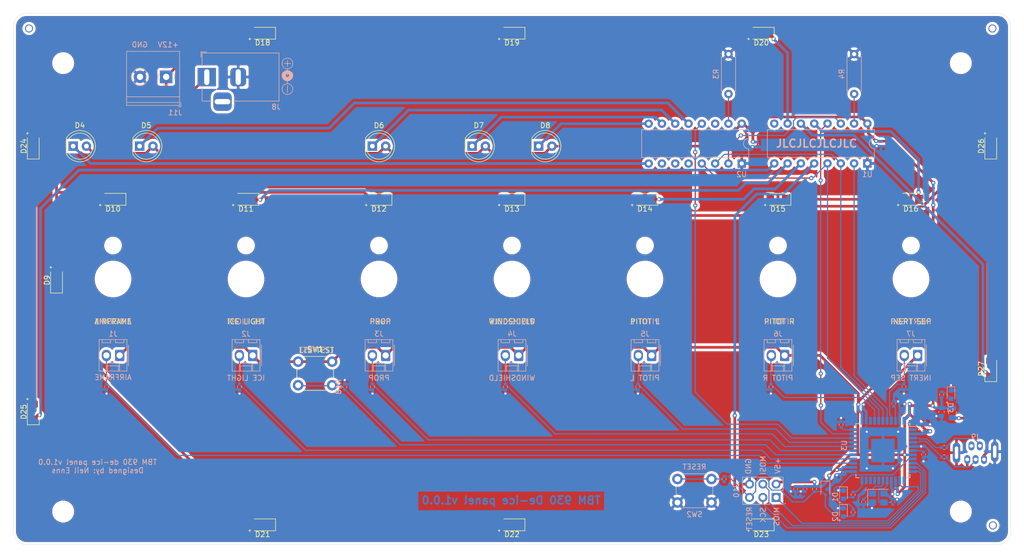
<source format=kicad_pcb>
(kicad_pcb (version 20171130) (host pcbnew "(5.1.10)-1")
  (layers (0 F.Cu signal) (31 B.Cu signal) (34 B.Paste user) (35 F.Paste user hide) (36 B.SilkS user) (37 F.SilkS user hide) (38 B.Mask user) (39 F.Mask user hide) (44 Edge.Cuts user))
  (net 0 "")
  (net 1 +5V)
  (net 2 GND)
  (net 3 AIRFRAME_1)
  (net 4 AIRFRAME_2)
  (net 5 PROP)
  (net 6 WINDSHIELD_1)
  (net 7 WINDSHIELD_2)
  (net 8 "Net-(U2-Pad14)")
  (net 9 +12V_LED)
  (net 10 BACKLIGHT1)
  (net 11 BACKLIGHT2)
  (net 12 "Net-(D12-Pad1)")
  (net 13 BACKLIGHT3)
  (net 14 "Net-(D15-Pad1)")
  (net 15 BACKLIGHT4)
  (net 16 "Net-(D18-Pad1)")
  (net 17 BACKLIGHT5)
  (net 18 LED_LATCH)
  (net 19 LED_CLOCK)
  (net 20 LED_DATA)
  (net 21 BACKLIGHT6)
  (net 22 "Net-(D10-Pad1)")
  (net 23 "Net-(D13-Pad1)")
  (net 24 "Net-(D19-Pad1)")
  (net 25 BACKLIGHT7)
  (net 26 /XTAL1)
  (net 27 /XTAL2)
  (net 28 "Net-(D1-Pad2)")
  (net 29 "Net-(D2-Pad2)")
  (net 30 "Net-(D3-Pad2)")
  (net 31 /MISO)
  (net 32 /SCK)
  (net 33 /MOSI)
  (net 34 /D+)
  (net 35 /D-)
  (net 36 /D17)
  (net 37 /D7)
  (net 38 /RXI)
  (net 39 /TXO)
  (net 40 INDICATOR_BRIGHT)
  (net 41 BACKLIGHT_BRIGHT)
  (net 42 SW_AIRFRAME)
  (net 43 SW_ICE_LIGHT)
  (net 44 SW_PROP)
  (net 45 SW_WINDSHIELD)
  (net 46 SW_PITOT_L)
  (net 47 SW_PITOT_R)
  (net 48 SW_INERT_SEP)
  (net 49 SW_LTS_TEST)
  (net 50 /D2)
  (net 51 "Net-(U1-Pad14)")
  (net 52 "Net-(C6-Pad1)")
  (net 53 "Net-(D21-Pad1)")
  (net 54 "Net-(J9-Pad4)")
  (net 55 "Net-(R5-Pad2)")
  (net 56 "Net-(D10-Pad2)")
  (net 57 "Net-(D22-Pad1)")
  (net 58 "Net-(D24-Pad1)")
  (net 59 "Net-(D26-Pad1)")
  (net 60 /DR-)
  (net 61 /DR+)
  (net 62 "Net-(C7-Pad1)")
  (net 63 "Net-(R9-Pad1)")
  (net 64 /D3)
  (net 65 "Net-(U3-Pad12)")
  (net 66 "Net-(R3-Pad2)")
  (net 67 "Net-(R4-Pad2)")
  (net 68 "Net-(R11-Pad1)")
  (net 69 RESET)
  (net 70 /VBUS)
  (net 71 "Net-(U2-Pad5)")
  (net 72 "Net-(U2-Pad6)")
  (net 73 "Net-(U2-Pad7)")
  (net 74 /A0)
  (net 75 "Net-(U1-Pad9)")
  (module "Global MobiFlight panel parts:JLCPCB_Tooling_Hole" (layer F.Cu) (at 226.47 140.545)
    (fp_text reference TH3)
    (fp_text value JLCPCB_Tooling_Hole)
    (pad "" np_thru_hole circle (at 0 -0.1) (size 1.524 1.524) (drill 1.152) (layers *.Cu *.Mask))
  )
  (module "Global MobiFlight panel parts:JLCPCB_Tooling_Hole" (layer F.Cu) (at 226.37 45.545)
    (fp_text reference TH2)
    (fp_text value JLCPCB_Tooling_Hole)
    (pad "" np_thru_hole circle (at 0 -0.1) (size 1.524 1.524) (drill 1.152) (layers *.Cu *.Mask))
  )
  (module "Global MobiFlight panel parts:JLCPCB_Tooling_Hole" (layer F.Cu) (at 42.37 45.545)
    (fp_text reference TH1)
    (fp_text value JLCPCB_Tooling_Hole)
    (pad "" np_thru_hole circle (at 0 -0.1) (size 1.524 1.524) (drill 1.152) (layers *.Cu *.Mask))
  )
  (module Diode_SMD:D_SOD-323F (layer B.Cu) (at 194.47 133.477 270)
    (fp_text reference D17)
    (fp_text value D)
    (pad 1 smd rect (at -1.1 0 270) (size 0.5 0.5) (layers B.Cu B.Paste B.Mask) (net 1 +5V))
    (pad 2 smd rect (at 1.1 0 270) (size 0.5 0.5) (layers B.Cu B.Paste B.Mask) (net 69 RESET))
  )
  (module Button_Switch_THT:SW_PUSH_6mm_H4.3mm (layer B.Cu) (at 172.72 131.572 180)
    (fp_text reference SW2 (at 3.25 -6.773) (layer B.SilkS) (effects (justify mirror)))
    (fp_text value SW_Push)
    (pad 2 thru_hole circle (at 0 -4.5 90) (size 2 2) (drill 1.1) (layers *.Cu *.Mask) (net 2 GND))
    (pad 1 thru_hole circle (at 0 0 90) (size 2 2) (drill 1.1) (layers *.Cu *.Mask) (net 63 "Net-(R9-Pad1)"))
    (pad 2 thru_hole circle (at 6.5 -4.5 90) (size 2 2) (drill 1.1) (layers *.Cu *.Mask) (net 2 GND))
    (pad 1 thru_hole circle (at 6.5 0 90) (size 2 2) (drill 1.1) (layers *.Cu *.Mask) (net 63 "Net-(R9-Pad1)"))
  )
  (module Crystal:Crystal_SMD_3225-4Pin_3.2x2.5mm (layer B.Cu) (at 204.556 135.1995)
    (fp_text reference Y1)
    (fp_text value Crystal_GND24)
    (pad 1 smd rect (at -1.1 -0.85) (size 1.4 1.2) (layers B.Cu B.Paste B.Mask) (net 26 /XTAL1))
    (pad 2 smd rect (at 1.1 -0.85) (size 1.4 1.2) (layers B.Cu B.Paste B.Mask) (net 2 GND))
    (pad 3 smd rect (at 1.1 0.85) (size 1.4 1.2) (layers B.Cu B.Paste B.Mask) (net 27 /XTAL2))
    (pad 4 smd rect (at -1.1 0.85) (size 1.4 1.2) (layers B.Cu B.Paste B.Mask) (net 2 GND))
  )
  (module Connector_PinHeader_2.54mm:PinHeader_2x03_P2.54mm_Vertical (layer B.Cu) (at 185.07 135.095 90)
    (fp_text reference J10 (at 1.27 -7.6 90) (layer B.SilkS) (effects (justify mirror)))
    (fp_text value AVR-ISP-6)
    (pad 1 thru_hole rect (at 0 0 90) (size 1.7 1.7) (drill 1) (layers *.Cu *.Mask) (net 31 /MISO))
    (pad 2 thru_hole oval (at 2.54 0 90) (size 1.7 1.7) (drill 1) (layers *.Cu *.Mask) (net 1 +5V))
    (pad 3 thru_hole oval (at 0 -2.54 90) (size 1.7 1.7) (drill 1) (layers *.Cu *.Mask) (net 32 /SCK))
    (pad 4 thru_hole oval (at 2.54 -2.54 90) (size 1.7 1.7) (drill 1) (layers *.Cu *.Mask) (net 33 /MOSI))
    (pad 5 thru_hole oval (at 0 -5.08 90) (size 1.7 1.7) (drill 1) (layers *.Cu *.Mask) (net 69 RESET))
    (pad 6 thru_hole oval (at 2.54 -5.08 90) (size 1.7 1.7) (drill 1) (layers *.Cu *.Mask) (net 2 GND))
  )
  (module Button_Switch_THT:SW_PUSH_6mm_H9.5mm (layer F.Cu) (at 93.77 109.145)
    (fp_text reference SW1 (at 3.25 -2.4) (layer F.SilkS))
    (fp_text value SW_Push)
    (pad 1 thru_hole circle (at 6.5 0 90) (size 2 2) (drill 1.1) (layers *.Cu *.Mask) (net 1 +5V))
    (pad 2 thru_hole circle (at 6.5 4.5 90) (size 2 2) (drill 1.1) (layers *.Cu *.Mask) (net 49 SW_LTS_TEST))
    (pad 1 thru_hole circle (at 0 0 90) (size 2 2) (drill 1.1) (layers *.Cu *.Mask) (net 1 +5V))
    (pad 2 thru_hole circle (at 0 4.5 90) (size 2 2) (drill 1.1) (layers *.Cu *.Mask) (net 49 SW_LTS_TEST))
  )
  (module MountingHole:MountingHole_3.2mm_M3 (layer F.Cu) (at 220.345 137.795)
    (fp_text reference HOLE4 hide)
    (fp_text value MountingHole_3.2mm_M3)
    (pad 1 np_thru_hole circle (at 0 0) (size 3.2 3.2) (drill 3.2) (layers *.Cu *.Mask))
  )
  (module MountingHole:MountingHole_3.2mm_M3 (layer F.Cu) (at 220.345 52.07)
    (fp_text reference HOLE2)
    (fp_text value MountingHole_3.2mm_M3)
    (pad 1 np_thru_hole circle (at 0 0) (size 3.2 3.2) (drill 3.2) (layers *.Cu *.Mask))
  )
  (module MountingHole:MountingHole_3.2mm_M3 (layer F.Cu) (at 48.895 137.795)
    (fp_text reference HOLE3)
    (fp_text value MountingHole_3.2mm_M3)
    (pad 1 np_thru_hole circle (at 0 0) (size 3.2 3.2) (drill 3.2) (layers *.Cu *.Mask))
  )
  (module MountingHole:MountingHole_3.2mm_M3 (layer F.Cu) (at 48.895 52.07)
    (fp_text reference HOLE1)
    (fp_text value MountingHole_3.2mm_M3)
    (pad 1 np_thru_hole circle (at 0 0) (size 3.2 3.2) (drill 3.2) (layers *.Cu *.Mask))
  )
  (module "Global MobiFlight panel parts:MiniToggleSPDT_screw_mount" (layer F.Cu) (at 210.82 93.345)
    (fp_text reference TSW7)
    (fp_text value "Mini toggle - SPDT")
    (pad "" np_thru_hole circle (at 0 0) (size 6 6) (drill 6) (layers *.Cu *.Mask))
    (pad "" np_thru_hole circle (at 0 -6.4) (size 2.4 2.4) (drill 2.4) (layers *.Cu *.Mask))
  )
  (module "Global MobiFlight panel parts:MiniToggleSPDT_screw_mount" (layer F.Cu) (at 185.42 93.345)
    (fp_text reference TSW6)
    (fp_text value "Mini toggle - SPDT")
    (pad "" np_thru_hole circle (at 0 0) (size 6 6) (drill 6) (layers *.Cu *.Mask))
    (pad "" np_thru_hole circle (at 0 -6.4) (size 2.4 2.4) (drill 2.4) (layers *.Cu *.Mask))
  )
  (module "Global MobiFlight panel parts:MiniToggleSPDT_screw_mount" (layer F.Cu) (at 160.02 93.345)
    (fp_text reference TSW5)
    (fp_text value "Mini toggle - SPDT")
    (pad "" np_thru_hole circle (at 0 0) (size 6 6) (drill 6) (layers *.Cu *.Mask))
    (pad "" np_thru_hole circle (at 0 -6.4) (size 2.4 2.4) (drill 2.4) (layers *.Cu *.Mask))
  )
  (module "Global MobiFlight panel parts:MiniToggleSPDT_screw_mount" (layer F.Cu) (at 134.62 93.345)
    (fp_text reference TSW4)
    (fp_text value "Mini toggle - SPDT")
    (pad "" np_thru_hole circle (at 0 0) (size 6 6) (drill 6) (layers *.Cu *.Mask))
    (pad "" np_thru_hole circle (at 0 -6.4) (size 2.4 2.4) (drill 2.4) (layers *.Cu *.Mask))
  )
  (module "Global MobiFlight panel parts:MiniToggleSPDT_screw_mount" (layer F.Cu) (at 109.22 93.345)
    (fp_text reference TSW3)
    (fp_text value "Mini toggle - SPDT")
    (pad "" np_thru_hole circle (at 0 0) (size 6 6) (drill 6) (layers *.Cu *.Mask))
    (pad "" np_thru_hole circle (at 0 -6.4) (size 2.4 2.4) (drill 2.4) (layers *.Cu *.Mask))
  )
  (module "Global MobiFlight panel parts:MiniToggleSPDT_screw_mount" (layer F.Cu) (at 83.82 93.345)
    (fp_text reference TSW2)
    (fp_text value "Mini toggle - SPDT")
    (pad "" np_thru_hole circle (at 0 0) (size 6 6) (drill 6) (layers *.Cu *.Mask))
    (pad "" np_thru_hole circle (at 0 -6.4) (size 2.4 2.4) (drill 2.4) (layers *.Cu *.Mask))
  )
  (module "Global MobiFlight panel parts:MiniToggleSPDT_screw_mount" (layer F.Cu) (at 58.42 93.345)
    (fp_text reference TSW1)
    (fp_text value "Mini toggle - SPDT")
    (pad "" np_thru_hole circle (at 0 0) (size 6 6) (drill 6) (layers *.Cu *.Mask))
    (pad "" np_thru_hole circle (at 0 -6.4) (size 2.4 2.4) (drill 2.4) (layers *.Cu *.Mask))
  )
  (module LED_THT:LED_D5.0mm (layer F.Cu) (at 50.8 67.945)
    (fp_text reference D4 (at 1.27 -3.96) (layer F.SilkS))
    (fp_text value "AIRFRAME 1")
    (pad 1 thru_hole rect (at 0 0) (size 1.8 1.8) (drill 0.9) (layers *.Cu *.Mask) (net 3 AIRFRAME_1))
    (pad 2 thru_hole circle (at 2.54 0) (size 1.8 1.8) (drill 0.9) (layers *.Cu *.Mask) (net 1 +5V))
  )
  (module LED_THT:LED_D5.0mm (layer F.Cu) (at 63.5 67.945)
    (fp_text reference D5 (at 1.27 -3.96) (layer F.SilkS))
    (fp_text value "AIRFRAME 2")
    (pad 2 thru_hole circle (at 2.54 0) (size 1.8 1.8) (drill 0.9) (layers *.Cu *.Mask) (net 1 +5V))
    (pad 1 thru_hole rect (at 0 0) (size 1.8 1.8) (drill 0.9) (layers *.Cu *.Mask) (net 4 AIRFRAME_2))
  )
  (module LED_THT:LED_D5.0mm (layer F.Cu) (at 107.95 67.945)
    (fp_text reference D6 (at 1.27 -3.96) (layer F.SilkS))
    (fp_text value PROP)
    (pad 1 thru_hole rect (at 0 0) (size 1.8 1.8) (drill 0.9) (layers *.Cu *.Mask) (net 5 PROP))
    (pad 2 thru_hole circle (at 2.54 0) (size 1.8 1.8) (drill 0.9) (layers *.Cu *.Mask) (net 1 +5V))
  )
  (module LED_THT:LED_D5.0mm (layer F.Cu) (at 127 67.945)
    (fp_text reference D7 (at 1.27 -3.96) (layer F.SilkS))
    (fp_text value "WINDSHIELD 1")
    (pad 2 thru_hole circle (at 2.54 0) (size 1.8 1.8) (drill 0.9) (layers *.Cu *.Mask) (net 1 +5V))
    (pad 1 thru_hole rect (at 0 0) (size 1.8 1.8) (drill 0.9) (layers *.Cu *.Mask) (net 6 WINDSHIELD_1))
  )
  (module LED_THT:LED_D5.0mm (layer F.Cu) (at 139.7 67.945)
    (fp_text reference D8 (at 1.27 -3.96) (layer F.SilkS))
    (fp_text value "WINDSHIELD 2")
    (pad 1 thru_hole rect (at 0 0) (size 1.8 1.8) (drill 0.9) (layers *.Cu *.Mask) (net 7 WINDSHIELD_2))
    (pad 2 thru_hole circle (at 2.54 0) (size 1.8 1.8) (drill 0.9) (layers *.Cu *.Mask) (net 1 +5V))
  )
  (module Connector_Molex:Molex_KK-254_AE-6410-02A_1x02_P2.54mm_Vertical (layer B.Cu) (at 59.69 107.95 180)
    (fp_text reference J1 (at 1.27 4.12) (layer B.SilkS) (effects (justify mirror)))
    (fp_text value SW_AIRFRAME_DE_ICE)
    (pad 1 thru_hole roundrect (at 0 0 180) (size 1.74 2.19) (drill 1.19) (layers *.Cu *.Mask) (roundrect_rratio 0.1436775862068966) (net 1 +5V))
    (pad 2 thru_hole oval (at 2.54 0 180) (size 1.74 2.19) (drill 1.19) (layers *.Cu *.Mask) (net 42 SW_AIRFRAME))
  )
  (module Connector_Molex:Molex_KK-254_AE-6410-02A_1x02_P2.54mm_Vertical (layer B.Cu) (at 85.09 107.95 180)
    (fp_text reference J2 (at 1.27 4.12) (layer B.SilkS) (effects (justify mirror)))
    (fp_text value SW_ICE_LIGHT)
    (pad 2 thru_hole oval (at 2.54 0 180) (size 1.74 2.19) (drill 1.19) (layers *.Cu *.Mask) (net 43 SW_ICE_LIGHT))
    (pad 1 thru_hole roundrect (at 0 0 180) (size 1.74 2.19) (drill 1.19) (layers *.Cu *.Mask) (roundrect_rratio 0.1436775862068966) (net 1 +5V))
  )
  (module Connector_Molex:Molex_KK-254_AE-6410-02A_1x02_P2.54mm_Vertical (layer B.Cu) (at 110.49 107.95 180)
    (fp_text reference J3 (at 1.27 4.12) (layer B.SilkS) (effects (justify mirror)))
    (fp_text value SW_PROP_DE_ICE)
    (pad 1 thru_hole roundrect (at 0 0 180) (size 1.74 2.19) (drill 1.19) (layers *.Cu *.Mask) (roundrect_rratio 0.1436775862068966) (net 1 +5V))
    (pad 2 thru_hole oval (at 2.54 0 180) (size 1.74 2.19) (drill 1.19) (layers *.Cu *.Mask) (net 44 SW_PROP))
  )
  (module Connector_Molex:Molex_KK-254_AE-6410-02A_1x02_P2.54mm_Vertical (layer B.Cu) (at 135.89 107.95 180)
    (fp_text reference J4 (at 1.27 4.12) (layer B.SilkS) (effects (justify mirror)))
    (fp_text value SW_WIND_SHIELD)
    (pad 2 thru_hole oval (at 2.54 0 180) (size 1.74 2.19) (drill 1.19) (layers *.Cu *.Mask) (net 45 SW_WINDSHIELD))
    (pad 1 thru_hole roundrect (at 0 0 180) (size 1.74 2.19) (drill 1.19) (layers *.Cu *.Mask) (roundrect_rratio 0.1436775862068966) (net 1 +5V))
  )
  (module Connector_Molex:Molex_KK-254_AE-6410-02A_1x02_P2.54mm_Vertical (layer B.Cu) (at 161.29 107.95 180)
    (fp_text reference J5 (at 1.27 4.12) (layer B.SilkS) (effects (justify mirror)))
    (fp_text value SW_PITOT_L_HTR)
    (pad 1 thru_hole roundrect (at 0 0 180) (size 1.74 2.19) (drill 1.19) (layers *.Cu *.Mask) (roundrect_rratio 0.1436775862068966) (net 1 +5V))
    (pad 2 thru_hole oval (at 2.54 0 180) (size 1.74 2.19) (drill 1.19) (layers *.Cu *.Mask) (net 46 SW_PITOT_L))
  )
  (module Connector_Molex:Molex_KK-254_AE-6410-02A_1x02_P2.54mm_Vertical (layer B.Cu) (at 186.69 107.95 180)
    (fp_text reference J6 (at 1.27 4.12) (layer B.SilkS) (effects (justify mirror)))
    (fp_text value SW_PITOT_R_HTR)
    (pad 2 thru_hole oval (at 2.54 0 180) (size 1.74 2.19) (drill 1.19) (layers *.Cu *.Mask) (net 47 SW_PITOT_R))
    (pad 1 thru_hole roundrect (at 0 0 180) (size 1.74 2.19) (drill 1.19) (layers *.Cu *.Mask) (roundrect_rratio 0.1436775862068966) (net 1 +5V))
  )
  (module Connector_Molex:Molex_KK-254_AE-6410-02A_1x02_P2.54mm_Vertical (layer B.Cu) (at 212.09 107.95 180)
    (fp_text reference J7 (at 1.27 4.12) (layer B.SilkS) (effects (justify mirror)))
    (fp_text value SW_INERT_SEP)
    (pad 1 thru_hole roundrect (at 0 0 180) (size 1.74 2.19) (drill 1.19) (layers *.Cu *.Mask) (roundrect_rratio 0.1436775862068966) (net 1 +5V))
    (pad 2 thru_hole oval (at 2.54 0 180) (size 1.74 2.19) (drill 1.19) (layers *.Cu *.Mask) (net 48 SW_INERT_SEP))
  )
  (module Capacitor_SMD:C_0603_1608Metric (layer B.Cu) (at 216.67 118.745 270)
    (fp_text reference C10)
    (fp_text value 10uF)
    (pad 2 smd roundrect (at 0.775 0 270) (size 0.9 0.95) (layers B.Cu B.Paste B.Mask) (net 2 GND))
    (pad 1 smd roundrect (at -0.775 0 270) (size 0.9 0.95) (layers B.Cu B.Paste B.Mask) (net 1 +5V))
  )
  (module Capacitor_SMD:C_0402_1005Metric (layer B.Cu) (at 201.77 135.945 270)
    (fp_text reference C16)
    (fp_text value 20pf)
    (pad 2 smd roundrect (at 0.48 0 270) (size 0.56 0.62) (layers B.Cu B.Paste B.Mask) (net 2 GND))
    (pad 1 smd roundrect (at -0.48 0 270) (size 0.56 0.62) (layers B.Cu B.Paste B.Mask) (net 26 /XTAL1))
  )
  (module Capacitor_SMD:C_0402_1005Metric (layer B.Cu) (at 207.37 135.945 90)
    (fp_text reference C17)
    (fp_text value 20pf)
    (pad 1 smd roundrect (at -0.48 0 90) (size 0.56 0.62) (layers B.Cu B.Paste B.Mask) (net 27 /XTAL2))
    (pad 2 smd roundrect (at 0.48 0 90) (size 0.56 0.62) (layers B.Cu B.Paste B.Mask) (net 2 GND))
  )
  (module Capacitor_SMD:C_0805_2012Metric (layer B.Cu) (at 218.7575 118.9355 270)
    (fp_text reference FB1)
    (fp_text value Ferrite_Bead_Small)
    (pad 1 smd roundrect (at -0.95 0 270) (size 1 1.45) (layers B.Cu B.Paste B.Mask) (net 1 +5V))
    (pad 2 smd roundrect (at 0.95 0 270) (size 1 1.45) (layers B.Cu B.Paste B.Mask) (net 70 /VBUS))
  )
  (module Capacitor_SMD:C_0603_1608Metric (layer B.Cu) (at 213.495 121.845 90)
    (fp_text reference C1)
    (fp_text value 10uF)
    (pad 1 smd roundrect (at -0.775 0 90) (size 0.9 0.95) (layers B.Cu B.Paste B.Mask) (net 1 +5V))
    (pad 2 smd roundrect (at 0.775 0 90) (size 0.9 0.95) (layers B.Cu B.Paste B.Mask) (net 2 GND))
  )
  (module Package_DIP:DIP-16_W7.62mm (layer B.Cu) (at 178.5 71.267 90)
    (fp_text reference U2 (at -2.078 -0.03 180) (layer B.SilkS) (effects (justify mirror)))
    (fp_text value TLC5917IN)
    (pad 1 thru_hole rect (at 0 0 90) (size 1.6 1.6) (drill 0.8) (layers *.Cu *.Mask) (net 2 GND))
    (pad 9 thru_hole oval (at 7.62 -17.78 90) (size 1.6 1.6) (drill 0.8) (layers *.Cu *.Mask) (net 7 WINDSHIELD_2))
    (pad 2 thru_hole oval (at 0 -2.54 90) (size 1.6 1.6) (drill 0.8) (layers *.Cu *.Mask) (net 51 "Net-(U1-Pad14)"))
    (pad 10 thru_hole oval (at 7.62 -15.24 90) (size 1.6 1.6) (drill 0.8) (layers *.Cu *.Mask) (net 6 WINDSHIELD_1))
    (pad 3 thru_hole oval (at 0 -5.08 90) (size 1.6 1.6) (drill 0.8) (layers *.Cu *.Mask) (net 19 LED_CLOCK))
    (pad 11 thru_hole oval (at 7.62 -12.7 90) (size 1.6 1.6) (drill 0.8) (layers *.Cu *.Mask) (net 5 PROP))
    (pad 4 thru_hole oval (at 0 -7.62 90) (size 1.6 1.6) (drill 0.8) (layers *.Cu *.Mask) (net 18 LED_LATCH))
    (pad 12 thru_hole oval (at 7.62 -10.16 90) (size 1.6 1.6) (drill 0.8) (layers *.Cu *.Mask) (net 4 AIRFRAME_2))
    (pad 5 thru_hole oval (at 0 -10.16 90) (size 1.6 1.6) (drill 0.8) (layers *.Cu *.Mask) (net 71 "Net-(U2-Pad5)"))
    (pad 13 thru_hole oval (at 7.62 -7.62 90) (size 1.6 1.6) (drill 0.8) (layers *.Cu *.Mask) (net 40 INDICATOR_BRIGHT))
    (pad 6 thru_hole oval (at 0 -12.7 90) (size 1.6 1.6) (drill 0.8) (layers *.Cu *.Mask) (net 72 "Net-(U2-Pad6)"))
    (pad 14 thru_hole oval (at 7.62 -5.08 90) (size 1.6 1.6) (drill 0.8) (layers *.Cu *.Mask) (net 8 "Net-(U2-Pad14)"))
    (pad 7 thru_hole oval (at 0 -15.24 90) (size 1.6 1.6) (drill 0.8) (layers *.Cu *.Mask) (net 73 "Net-(U2-Pad7)"))
    (pad 15 thru_hole oval (at 7.62 -2.54 90) (size 1.6 1.6) (drill 0.8) (layers *.Cu *.Mask) (net 66 "Net-(R3-Pad2)"))
    (pad 8 thru_hole oval (at 0 -17.78 90) (size 1.6 1.6) (drill 0.8) (layers *.Cu *.Mask) (net 3 AIRFRAME_1))
    (pad 16 thru_hole oval (at 7.62 0 90) (size 1.6 1.6) (drill 0.8) (layers *.Cu *.Mask) (net 1 +5V))
  )
  (module Package_DIP:DIP-16_W7.62mm (layer B.Cu) (at 202.5 71.244 90)
    (fp_text reference U1 (at -2.101 -0.03 180) (layer B.SilkS) (effects (justify mirror)))
    (fp_text value TLC5917IN)
    (pad 16 thru_hole oval (at 7.62 0 90) (size 1.6 1.6) (drill 0.8) (layers *.Cu *.Mask) (net 1 +5V))
    (pad 8 thru_hole oval (at 0 -17.78 90) (size 1.6 1.6) (drill 0.8) (layers *.Cu *.Mask) (net 21 BACKLIGHT6))
    (pad 15 thru_hole oval (at 7.62 -2.54 90) (size 1.6 1.6) (drill 0.8) (layers *.Cu *.Mask) (net 67 "Net-(R4-Pad2)"))
    (pad 7 thru_hole oval (at 0 -15.24 90) (size 1.6 1.6) (drill 0.8) (layers *.Cu *.Mask) (net 10 BACKLIGHT1))
    (pad 14 thru_hole oval (at 7.62 -5.08 90) (size 1.6 1.6) (drill 0.8) (layers *.Cu *.Mask) (net 51 "Net-(U1-Pad14)"))
    (pad 6 thru_hole oval (at 0 -12.7 90) (size 1.6 1.6) (drill 0.8) (layers *.Cu *.Mask) (net 11 BACKLIGHT2))
    (pad 13 thru_hole oval (at 7.62 -7.62 90) (size 1.6 1.6) (drill 0.8) (layers *.Cu *.Mask) (net 41 BACKLIGHT_BRIGHT))
    (pad 5 thru_hole oval (at 0 -10.16 90) (size 1.6 1.6) (drill 0.8) (layers *.Cu *.Mask) (net 17 BACKLIGHT5))
    (pad 12 thru_hole oval (at 7.62 -10.16 90) (size 1.6 1.6) (drill 0.8) (layers *.Cu *.Mask) (net 13 BACKLIGHT3))
    (pad 4 thru_hole oval (at 0 -7.62 90) (size 1.6 1.6) (drill 0.8) (layers *.Cu *.Mask) (net 18 LED_LATCH))
    (pad 11 thru_hole oval (at 7.62 -12.7 90) (size 1.6 1.6) (drill 0.8) (layers *.Cu *.Mask) (net 25 BACKLIGHT7))
    (pad 3 thru_hole oval (at 0 -5.08 90) (size 1.6 1.6) (drill 0.8) (layers *.Cu *.Mask) (net 19 LED_CLOCK))
    (pad 10 thru_hole oval (at 7.62 -15.24 90) (size 1.6 1.6) (drill 0.8) (layers *.Cu *.Mask) (net 15 BACKLIGHT4))
    (pad 2 thru_hole oval (at 0 -2.54 90) (size 1.6 1.6) (drill 0.8) (layers *.Cu *.Mask) (net 20 LED_DATA))
    (pad 9 thru_hole oval (at 7.62 -17.78 90) (size 1.6 1.6) (drill 0.8) (layers *.Cu *.Mask) (net 75 "Net-(U1-Pad9)"))
    (pad 1 thru_hole rect (at 0 0 90) (size 1.6 1.6) (drill 0.8) (layers *.Cu *.Mask) (net 2 GND))
  )
  (module TerminalBlock_Philmore:TerminalBlock_Philmore_TB132_1x02_P5.00mm_Horizontal (layer B.Cu) (at 68.57 54.695 180)
    (fp_text reference J11 (at -1.7 -6.85) (layer B.SilkS) (effects (justify mirror)))
    (fp_text value Screw_Terminal_01x02)
    (pad 1 thru_hole rect (at 0 0 180) (size 2.4 2.4) (drill 1.2) (layers *.Cu *.Mask) (net 9 +12V_LED))
    (pad 2 thru_hole circle (at 5 0 180) (size 2.4 2.4) (drill 1.2) (layers *.Cu *.Mask) (net 2 GND))
  )
  (module Package_QFP:TQFP-44-1EP_10x10mm_P0.8mm_EP4.5x4.5mm (layer B.Cu) (at 205.47 126.145 180)
    (fp_text reference U3 (at 7.4 1 90) (layer B.SilkS) (effects (justify mirror)))
    (fp_text value ATmega32U4-MU)
    (pad 1 smd rect (at -5.7 4 180) (size 1.5 0.55) (layers B.Cu B.Paste B.Mask) (net 37 /D7))
    (pad 2 smd rect (at -5.7 3.2 180) (size 1.5 0.55) (layers B.Cu B.Paste B.Mask) (net 1 +5V))
    (pad 3 smd rect (at -5.7 2.4 180) (size 1.5 0.55) (layers B.Cu B.Paste B.Mask) (net 35 /D-))
    (pad 4 smd rect (at -5.7 1.6 180) (size 1.5 0.55) (layers B.Cu B.Paste B.Mask) (net 34 /D+))
    (pad 5 smd rect (at -5.7 0.8 180) (size 1.5 0.55) (layers B.Cu B.Paste B.Mask) (net 2 GND))
    (pad 6 smd rect (at -5.7 0 180) (size 1.5 0.55) (layers B.Cu B.Paste B.Mask) (net 62 "Net-(C7-Pad1)"))
    (pad 7 smd rect (at -5.7 -0.8 180) (size 1.5 0.55) (layers B.Cu B.Paste B.Mask) (net 1 +5V))
    (pad 8 smd rect (at -5.7 -1.6 180) (size 1.5 0.55) (layers B.Cu B.Paste B.Mask) (net 36 /D17))
    (pad 9 smd rect (at -5.7 -2.4 180) (size 1.5 0.55) (layers B.Cu B.Paste B.Mask) (net 32 /SCK))
    (pad 10 smd rect (at -5.7 -3.2 180) (size 1.5 0.55) (layers B.Cu B.Paste B.Mask) (net 33 /MOSI))
    (pad 11 smd rect (at -5.7 -4 180) (size 1.5 0.55) (layers B.Cu B.Paste B.Mask) (net 31 /MISO))
    (pad 12 smd rect (at -4 -5.7 90) (size 1.5 0.55) (layers B.Cu B.Paste B.Mask) (net 65 "Net-(U3-Pad12)"))
    (pad 13 smd rect (at -3.2 -5.7 90) (size 1.5 0.55) (layers B.Cu B.Paste B.Mask) (net 69 RESET))
    (pad 14 smd rect (at -2.4 -5.7 90) (size 1.5 0.55) (layers B.Cu B.Paste B.Mask) (net 1 +5V))
    (pad 15 smd rect (at -1.6 -5.7 90) (size 1.5 0.55) (layers B.Cu B.Paste B.Mask) (net 2 GND))
    (pad 16 smd rect (at -0.8 -5.7 90) (size 1.5 0.55) (layers B.Cu B.Paste B.Mask) (net 27 /XTAL2))
    (pad 17 smd rect (at 0 -5.7 90) (size 1.5 0.55) (layers B.Cu B.Paste B.Mask) (net 26 /XTAL1))
    (pad 18 smd rect (at 0.8 -5.7 90) (size 1.5 0.55) (layers B.Cu B.Paste B.Mask) (net 64 /D3))
    (pad 19 smd rect (at 1.6 -5.7 90) (size 1.5 0.55) (layers B.Cu B.Paste B.Mask) (net 50 /D2))
    (pad 20 smd rect (at 2.4 -5.7 90) (size 1.5 0.55) (layers B.Cu B.Paste B.Mask) (net 38 /RXI))
    (pad 21 smd rect (at 3.2 -5.7 90) (size 1.5 0.55) (layers B.Cu B.Paste B.Mask) (net 39 /TXO))
    (pad 22 smd rect (at 4 -5.7 90) (size 1.5 0.55) (layers B.Cu B.Paste B.Mask) (net 55 "Net-(R5-Pad2)"))
    (pad 23 smd rect (at 5.7 -4 180) (size 1.5 0.55) (layers B.Cu B.Paste B.Mask) (net 2 GND))
    (pad 24 smd rect (at 5.7 -3.2 180) (size 1.5 0.55) (layers B.Cu B.Paste B.Mask) (net 1 +5V))
    (pad 25 smd rect (at 5.7 -2.4 180) (size 1.5 0.55) (layers B.Cu B.Paste B.Mask) (net 42 SW_AIRFRAME))
    (pad 26 smd rect (at 5.7 -1.6 180) (size 1.5 0.55) (layers B.Cu B.Paste B.Mask) (net 43 SW_ICE_LIGHT))
    (pad 27 smd rect (at 5.7 -0.8 180) (size 1.5 0.55) (layers B.Cu B.Paste B.Mask) (net 49 SW_LTS_TEST))
    (pad 28 smd rect (at 5.7 0 180) (size 1.5 0.55) (layers B.Cu B.Paste B.Mask) (net 44 SW_PROP))
    (pad 29 smd rect (at 5.7 0.8 180) (size 1.5 0.55) (layers B.Cu B.Paste B.Mask) (net 45 SW_WINDSHIELD))
    (pad 30 smd rect (at 5.7 1.6 180) (size 1.5 0.55) (layers B.Cu B.Paste B.Mask) (net 46 SW_PITOT_L))
    (pad 31 smd rect (at 5.7 2.4 180) (size 1.5 0.55) (layers B.Cu B.Paste B.Mask) (net 40 INDICATOR_BRIGHT))
    (pad 32 smd rect (at 5.7 3.2 180) (size 1.5 0.55) (layers B.Cu B.Paste B.Mask) (net 41 BACKLIGHT_BRIGHT))
    (pad 33 smd rect (at 5.7 4 180) (size 1.5 0.55) (layers B.Cu B.Paste B.Mask) (net 68 "Net-(R11-Pad1)"))
    (pad 34 smd rect (at 4 5.7 90) (size 1.5 0.55) (layers B.Cu B.Paste B.Mask) (net 1 +5V))
    (pad 35 smd rect (at 3.2 5.7 90) (size 1.5 0.55) (layers B.Cu B.Paste B.Mask) (net 2 GND))
    (pad 36 smd rect (at 2.4 5.7 90) (size 1.5 0.55) (layers B.Cu B.Paste B.Mask) (net 74 /A0))
    (pad 37 smd rect (at 1.6 5.7 90) (size 1.5 0.55) (layers B.Cu B.Paste B.Mask) (net 47 SW_PITOT_R))
    (pad 38 smd rect (at 0.8 5.7 90) (size 1.5 0.55) (layers B.Cu B.Paste B.Mask) (net 18 LED_LATCH))
    (pad 39 smd rect (at 0 5.7 90) (size 1.5 0.55) (layers B.Cu B.Paste B.Mask) (net 19 LED_CLOCK))
    (pad 40 smd rect (at -0.8 5.7 90) (size 1.5 0.55) (layers B.Cu B.Paste B.Mask) (net 20 LED_DATA))
    (pad 41 smd rect (at -1.6 5.7 90) (size 1.5 0.55) (layers B.Cu B.Paste B.Mask) (net 48 SW_INERT_SEP))
    (pad 42 smd rect (at -2.4 5.7 90) (size 1.5 0.55) (layers B.Cu B.Paste B.Mask) (net 52 "Net-(C6-Pad1)"))
    (pad 43 smd rect (at -3.2 5.7 90) (size 1.5 0.55) (layers B.Cu B.Paste B.Mask) (net 2 GND))
    (pad 44 smd rect (at -4 5.7 90) (size 1.5 0.55) (layers B.Cu B.Paste B.Mask) (net 1 +5V))
    (pad 45 smd rect (at 0 0 180) (size 4.5 4.5) (layers B.Cu B.Mask) (net 2 GND))
  )
  (module Capacitor_SMD:C_0402_1005Metric (layer B.Cu) (at 201.22 118.145)
    (fp_text reference C2)
    (fp_text value 100nf)
    (pad 2 smd roundrect (at 0.48 0) (size 0.56 0.62) (layers B.Cu B.Paste B.Mask) (net 2 GND))
    (pad 1 smd roundrect (at -0.48 0) (size 0.56 0.62) (layers B.Cu B.Paste B.Mask) (net 1 +5V))
  )
  (module Capacitor_SMD:C_0402_1005Metric (layer B.Cu) (at 207.77 133.645 180)
    (fp_text reference C3)
    (fp_text value 100nf)
    (pad 1 smd roundrect (at -0.48 0 180) (size 0.56 0.62) (layers B.Cu B.Paste B.Mask) (net 1 +5V))
    (pad 2 smd roundrect (at 0.48 0 180) (size 0.56 0.62) (layers B.Cu B.Paste B.Mask) (net 2 GND))
  )
  (module Capacitor_SMD:C_0402_1005Metric (layer B.Cu) (at 210.046 118.071 180)
    (fp_text reference C4)
    (fp_text value 100nf)
    (pad 2 smd roundrect (at 0.48 0 180) (size 0.56 0.62) (layers B.Cu B.Paste B.Mask) (net 2 GND))
    (pad 1 smd roundrect (at -0.48 0 180) (size 0.56 0.62) (layers B.Cu B.Paste B.Mask) (net 1 +5V))
  )
  (module Capacitor_SMD:C_0402_1005Metric (layer B.Cu) (at 197.47 130.2395 270)
    (fp_text reference C5)
    (fp_text value 100nf)
    (pad 1 smd roundrect (at -0.48 0 270) (size 0.56 0.62) (layers B.Cu B.Paste B.Mask) (net 1 +5V))
    (pad 2 smd roundrect (at 0.48 0 270) (size 0.56 0.62) (layers B.Cu B.Paste B.Mask) (net 2 GND))
  )
  (module Capacitor_SMD:C_0402_1005Metric (layer B.Cu) (at 207.531 117.1745 90)
    (fp_text reference C6)
    (fp_text value 1uF)
    (pad 1 smd roundrect (at -0.48 0 90) (size 0.56 0.62) (layers B.Cu B.Paste B.Mask) (net 52 "Net-(C6-Pad1)"))
    (pad 2 smd roundrect (at 0.48 0 90) (size 0.56 0.62) (layers B.Cu B.Paste B.Mask) (net 2 GND))
  )
  (module Capacitor_SMD:C_0402_1005Metric (layer B.Cu) (at 213.22 126.895 270)
    (fp_text reference C7)
    (fp_text value 1uF)
    (pad 2 smd roundrect (at 0.48 0 270) (size 0.56 0.62) (layers B.Cu B.Paste B.Mask) (net 2 GND))
    (pad 1 smd roundrect (at -0.48 0 270) (size 0.56 0.62) (layers B.Cu B.Paste B.Mask) (net 62 "Net-(C7-Pad1)"))
  )
  (module Capacitor_SMD:C_0402_1005Metric (layer B.Cu) (at 205.106 67.4975 90)
    (fp_text reference C8)
    (fp_text value 100nf)
    (pad 1 smd roundrect (at -0.48 0 90) (size 0.56 0.62) (layers B.Cu B.Paste B.Mask) (net 2 GND))
    (pad 2 smd roundrect (at 0.48 0 90) (size 0.56 0.62) (layers B.Cu B.Paste B.Mask) (net 1 +5V))
  )
  (module Capacitor_SMD:C_0402_1005Metric (layer B.Cu) (at 181.37 67.645 90)
    (fp_text reference C9)
    (fp_text value 100nf)
    (pad 2 smd roundrect (at 0.48 0 90) (size 0.56 0.62) (layers B.Cu B.Paste B.Mask) (net 1 +5V))
    (pad 1 smd roundrect (at -0.48 0 90) (size 0.56 0.62) (layers B.Cu B.Paste B.Mask) (net 2 GND))
  )
  (module Capacitor_SMD:C_0402_1005Metric (layer B.Cu) (at 190.5905 133.477 270)
    (fp_text reference C11)
    (fp_text value 100nf)
    (pad 1 smd roundrect (at -0.48 0 270) (size 0.56 0.62) (layers B.Cu B.Paste B.Mask) (net 1 +5V))
    (pad 2 smd roundrect (at 0.48 0 270) (size 0.56 0.62) (layers B.Cu B.Paste B.Mask) (net 2 GND))
  )
  (module Capacitor_SMD:C_0402_1005Metric (layer B.Cu) (at 188.77 133.477 270)
    (fp_text reference C12)
    (fp_text value 100nf)
    (pad 2 smd roundrect (at 0.48 0 270) (size 0.56 0.62) (layers B.Cu B.Paste B.Mask) (net 2 GND))
    (pad 1 smd roundrect (at -0.48 0 270) (size 0.56 0.62) (layers B.Cu B.Paste B.Mask) (net 1 +5V))
  )
  (module Resistor_SMD:R_0402_1005Metric (layer B.Cu) (at 199.77 137.945 270)
    (fp_text reference R2)
    (fp_text value 330)
    (pad 2 smd roundrect (at 0.51 0 270) (size 0.54 0.64) (layers B.Cu B.Paste B.Mask) (net 28 "Net-(D1-Pad2)"))
    (pad 1 smd roundrect (at -0.51 0 270) (size 0.54 0.64) (layers B.Cu B.Paste B.Mask) (net 36 /D17))
  )
  (module Resistor_SMD:R_0402_1005Metric (layer B.Cu) (at 199.77 134.5565 90)
    (fp_text reference R5)
    (fp_text value 330)
    (pad 1 smd roundrect (at -0.51 0 90) (size 0.54 0.64) (layers B.Cu B.Paste B.Mask) (net 29 "Net-(D2-Pad2)"))
    (pad 2 smd roundrect (at 0.51 0 90) (size 0.54 0.64) (layers B.Cu B.Paste B.Mask) (net 55 "Net-(R5-Pad2)"))
  )
  (module Resistor_SMD:R_0402_1005Metric (layer B.Cu) (at 216.67 115.4415 90)
    (fp_text reference R6)
    (fp_text value 1K)
    (pad 2 smd roundrect (at 0.51 0 90) (size 0.54 0.64) (layers B.Cu B.Paste B.Mask) (net 30 "Net-(D3-Pad2)"))
    (pad 1 smd roundrect (at -0.51 0 90) (size 0.54 0.64) (layers B.Cu B.Paste B.Mask) (net 1 +5V))
  )
  (module Resistor_SMD:R_0402_1005Metric (layer B.Cu) (at 217.17 127.345 180)
    (fp_text reference R7)
    (fp_text value 22)
    (pad 2 smd roundrect (at 0.51 0 180) (size 0.54 0.64) (layers B.Cu B.Paste B.Mask) (net 34 /D+))
    (pad 1 smd roundrect (at -0.51 0 180) (size 0.54 0.64) (layers B.Cu B.Paste B.Mask) (net 61 /DR+))
  )
  (module Resistor_SMD:R_0402_1005Metric (layer B.Cu) (at 217.17 125.545 180)
    (fp_text reference R8)
    (fp_text value 22)
    (pad 1 smd roundrect (at -0.51 0 180) (size 0.54 0.64) (layers B.Cu B.Paste B.Mask) (net 60 /DR-))
    (pad 2 smd roundrect (at 0.51 0 180) (size 0.54 0.64) (layers B.Cu B.Paste B.Mask) (net 35 /D-))
  )
  (module Resistor_SMD:R_0402_1005Metric (layer B.Cu) (at 175.133 131.572 90)
    (fp_text reference R9)
    (fp_text value 330)
    (pad 1 smd roundrect (at -0.51 0 90) (size 0.54 0.64) (layers B.Cu B.Paste B.Mask) (net 63 "Net-(R9-Pad1)"))
    (pad 2 smd roundrect (at 0.51 0 90) (size 0.54 0.64) (layers B.Cu B.Paste B.Mask) (net 69 RESET))
  )
  (module Resistor_SMD:R_0402_1005Metric (layer B.Cu) (at 192.405 133.477 270)
    (fp_text reference R10)
    (fp_text value 10K)
    (pad 2 smd roundrect (at 0.51 0 270) (size 0.54 0.64) (layers B.Cu B.Paste B.Mask) (net 69 RESET))
    (pad 1 smd roundrect (at -0.51 0 270) (size 0.54 0.64) (layers B.Cu B.Paste B.Mask) (net 1 +5V))
  )
  (module Resistor_SMD:R_0402_1005Metric (layer B.Cu) (at 197.47 121.195 90)
    (fp_text reference R11)
    (fp_text value 10K)
    (pad 1 smd roundrect (at -0.51 0 90) (size 0.54 0.64) (layers B.Cu B.Paste B.Mask) (net 68 "Net-(R11-Pad1)"))
    (pad 2 smd roundrect (at 0.51 0 90) (size 0.54 0.64) (layers B.Cu B.Paste B.Mask) (net 2 GND))
  )
  (module Resistor_THT:R_Axial_DIN0207_L6.3mm_D2.5mm_P7.62mm_Horizontal (layer B.Cu) (at 175.97 50.345 270)
    (fp_text reference R3 (at 3.81 2.37 90) (layer B.SilkS) (effects (justify mirror)))
    (fp_text value 1k)
    (pad 2 thru_hole oval (at 7.62 0 270) (size 1.6 1.6) (drill 0.8) (layers *.Cu *.Mask) (net 66 "Net-(R3-Pad2)"))
    (pad 1 thru_hole circle (at 0 0 270) (size 1.6 1.6) (drill 0.8) (layers *.Cu *.Mask) (net 2 GND))
  )
  (module Resistor_THT:R_Axial_DIN0207_L6.3mm_D2.5mm_P7.62mm_Horizontal (layer B.Cu) (at 199.97 50.345 270)
    (fp_text reference R4 (at 3.81 2.37 90) (layer B.SilkS) (effects (justify mirror)))
    (fp_text value 1k)
    (pad 1 thru_hole circle (at 0 0 270) (size 1.6 1.6) (drill 0.8) (layers *.Cu *.Mask) (net 2 GND))
    (pad 2 thru_hole oval (at 7.62 0 270) (size 1.6 1.6) (drill 0.8) (layers *.Cu *.Mask) (net 67 "Net-(R4-Pad2)"))
  )
  (module Resistor_SMD:R_0402_1005Metric (layer B.Cu) (at 57.17 113.955 270)
    (fp_text reference R1)
    (fp_text value 10k)
    (pad 2 smd roundrect (at 0.51 0 270) (size 0.54 0.64) (layers B.Cu B.Paste B.Mask) (net 2 GND))
    (pad 1 smd roundrect (at -0.51 0 270) (size 0.54 0.64) (layers B.Cu B.Paste B.Mask) (net 42 SW_AIRFRAME))
  )
  (module Resistor_SMD:R_0402_1005Metric (layer B.Cu) (at 82.57 113.955 270)
    (fp_text reference R12)
    (fp_text value 10k)
    (pad 1 smd roundrect (at -0.51 0 270) (size 0.54 0.64) (layers B.Cu B.Paste B.Mask) (net 43 SW_ICE_LIGHT))
    (pad 2 smd roundrect (at 0.51 0 270) (size 0.54 0.64) (layers B.Cu B.Paste B.Mask) (net 2 GND))
  )
  (module Resistor_SMD:R_0402_1005Metric (layer B.Cu) (at 107.97 113.955 270)
    (fp_text reference R13)
    (fp_text value 10k)
    (pad 1 smd roundrect (at -0.51 0 270) (size 0.54 0.64) (layers B.Cu B.Paste B.Mask) (net 44 SW_PROP))
    (pad 2 smd roundrect (at 0.51 0 270) (size 0.54 0.64) (layers B.Cu B.Paste B.Mask) (net 2 GND))
  )
  (module Resistor_SMD:R_0402_1005Metric (layer B.Cu) (at 133.37 113.955 270)
    (fp_text reference R14)
    (fp_text value 10k)
    (pad 2 smd roundrect (at 0.51 0 270) (size 0.54 0.64) (layers B.Cu B.Paste B.Mask) (net 2 GND))
    (pad 1 smd roundrect (at -0.51 0 270) (size 0.54 0.64) (layers B.Cu B.Paste B.Mask) (net 45 SW_WINDSHIELD))
  )
  (module Resistor_SMD:R_0402_1005Metric (layer B.Cu) (at 158.67 113.955 270)
    (fp_text reference R15)
    (fp_text value 10k)
    (pad 1 smd roundrect (at -0.51 0 270) (size 0.54 0.64) (layers B.Cu B.Paste B.Mask) (net 46 SW_PITOT_L))
    (pad 2 smd roundrect (at 0.51 0 270) (size 0.54 0.64) (layers B.Cu B.Paste B.Mask) (net 2 GND))
  )
  (module Resistor_SMD:R_0402_1005Metric (layer B.Cu) (at 184.07 113.955 270)
    (fp_text reference R16)
    (fp_text value 10k)
    (pad 2 smd roundrect (at 0.51 0 270) (size 0.54 0.64) (layers B.Cu B.Paste B.Mask) (net 2 GND))
    (pad 1 smd roundrect (at -0.51 0 270) (size 0.54 0.64) (layers B.Cu B.Paste B.Mask) (net 47 SW_PITOT_R))
  )
  (module Resistor_SMD:R_0402_1005Metric (layer B.Cu) (at 209.47 113.955 270)
    (fp_text reference R17)
    (fp_text value 10k)
    (pad 1 smd roundrect (at -0.51 0 270) (size 0.54 0.64) (layers B.Cu B.Paste B.Mask) (net 48 SW_INERT_SEP))
    (pad 2 smd roundrect (at 0.51 0 270) (size 0.54 0.64) (layers B.Cu B.Paste B.Mask) (net 2 GND))
  )
  (module Resistor_SMD:R_0402_1005Metric (layer B.Cu) (at 102.67 113.955 270)
    (fp_text reference R18 (at 0 1.17 270) (layer B.SilkS) (effects (justify mirror)))
    (fp_text value 10k)
    (pad 1 smd roundrect (at -0.51 0 270) (size 0.54 0.64) (layers B.Cu B.Paste B.Mask) (net 2 GND))
    (pad 2 smd roundrect (at 0.51 0 270) (size 0.54 0.64) (layers B.Cu B.Paste B.Mask) (net 49 SW_LTS_TEST))
  )
  (module "TBM930 - De-ice panel:LED_0603_1608Metric" (layer B.Cu) (at 197.92 137.945 270)
    (fp_text reference D1 (at -2.9 1.55 270) (layer B.SilkS) (effects (justify mirror)))
    (fp_text value YELLOW)
    (pad 1 smd roundrect (at -0.7875 0 270) (size 0.875 0.95) (layers B.Cu B.Paste B.Mask) (net 2 GND))
    (pad 2 smd roundrect (at 0.7875 0 270) (size 0.875 0.95) (layers B.Cu B.Paste B.Mask) (net 28 "Net-(D1-Pad2)"))
  )
  (module "TBM930 - De-ice panel:LED_0603_1608Metric" (layer B.Cu) (at 197.9295 134.5565 270)
    (fp_text reference D2 (at 4.1885 1.5595 90) (layer B.SilkS) (effects (justify mirror)))
    (fp_text value GREEN)
    (pad 2 smd roundrect (at 0.7875 0 270) (size 0.875 0.95) (layers B.Cu B.Paste B.Mask) (net 29 "Net-(D2-Pad2)"))
    (pad 1 smd roundrect (at -0.7875 0 270) (size 0.875 0.95) (layers B.Cu B.Paste B.Mask) (net 2 GND))
  )
  (module "TBM930 - De-ice panel:LED_0603_1608Metric" (layer B.Cu) (at 218.47 115.445 270)
    (fp_text reference D3 (at 2.5 0.05 90) (layer B.SilkS) (effects (justify mirror)))
    (fp_text value GREEN)
    (pad 1 smd roundrect (at -0.7875 0 270) (size 0.875 0.95) (layers B.Cu B.Paste B.Mask) (net 2 GND))
    (pad 2 smd roundrect (at 0.7875 0 270) (size 0.875 0.95) (layers B.Cu B.Paste B.Mask) (net 30 "Net-(D3-Pad2)"))
  )
  (module "TBM930 - De-ice panel:LED_1206_3216Metric_Pad1.42x1.75mm_HandSolder" (layer F.Cu) (at 47.625 93.5625 90)
    (fp_text reference D9 (at 0 -1.82 90) (layer F.SilkS))
    (fp_text value LED)
    (pad 1 smd roundrect (at -1.4875 0 90) (size 1.425 1.75) (layers F.Cu F.Paste F.Mask) (roundrect_rratio 0.1754385964912281) (net 56 "Net-(D10-Pad2)"))
    (pad 2 smd roundrect (at 1.4875 0 90) (size 1.425 1.75) (layers F.Cu F.Paste F.Mask) (roundrect_rratio 0.1754385964912281) (net 9 +12V_LED))
  )
  (module "TBM930 - De-ice panel:LED_1206_3216Metric_Pad1.42x1.75mm_HandSolder" (layer F.Cu) (at 58.42 78.105 180)
    (fp_text reference D10 (at 0 -1.82) (layer F.SilkS))
    (fp_text value LED)
    (pad 1 smd roundrect (at -1.4875 0 180) (size 1.425 1.75) (layers F.Cu F.Paste F.Mask) (roundrect_rratio 0.1754385964912281) (net 22 "Net-(D10-Pad1)"))
    (pad 2 smd roundrect (at 1.4875 0 180) (size 1.425 1.75) (layers F.Cu F.Paste F.Mask) (roundrect_rratio 0.1754385964912281) (net 56 "Net-(D10-Pad2)"))
  )
  (module "TBM930 - De-ice panel:LED_1206_3216Metric_Pad1.42x1.75mm_HandSolder" (layer F.Cu) (at 83.82 78.105 180)
    (fp_text reference D11 (at 0 -1.82) (layer F.SilkS))
    (fp_text value LED)
    (pad 2 smd roundrect (at 1.4875 0 180) (size 1.425 1.75) (layers F.Cu F.Paste F.Mask) (roundrect_rratio 0.1754385964912281) (net 22 "Net-(D10-Pad1)"))
    (pad 1 smd roundrect (at -1.4875 0 180) (size 1.425 1.75) (layers F.Cu F.Paste F.Mask) (roundrect_rratio 0.1754385964912281) (net 10 BACKLIGHT1))
  )
  (module "TBM930 - De-ice panel:LED_1206_3216Metric_Pad1.42x1.75mm_HandSolder" (layer F.Cu) (at 109.22 78.105 180)
    (fp_text reference D12 (at 0 -1.82) (layer F.SilkS))
    (fp_text value LED)
    (pad 2 smd roundrect (at 1.4875 0 180) (size 1.425 1.75) (layers F.Cu F.Paste F.Mask) (roundrect_rratio 0.1754385964912281) (net 9 +12V_LED))
    (pad 1 smd roundrect (at -1.4875 0 180) (size 1.425 1.75) (layers F.Cu F.Paste F.Mask) (roundrect_rratio 0.1754385964912281) (net 12 "Net-(D12-Pad1)"))
  )
  (module "TBM930 - De-ice panel:LED_1206_3216Metric_Pad1.42x1.75mm_HandSolder" (layer F.Cu) (at 134.62 78.105 180)
    (fp_text reference D13 (at 0 -1.82) (layer F.SilkS))
    (fp_text value LED)
    (pad 1 smd roundrect (at -1.4875 0 180) (size 1.425 1.75) (layers F.Cu F.Paste F.Mask) (roundrect_rratio 0.1754385964912281) (net 23 "Net-(D13-Pad1)"))
    (pad 2 smd roundrect (at 1.4875 0 180) (size 1.425 1.75) (layers F.Cu F.Paste F.Mask) (roundrect_rratio 0.1754385964912281) (net 12 "Net-(D12-Pad1)"))
  )
  (module "TBM930 - De-ice panel:LED_1206_3216Metric_Pad1.42x1.75mm_HandSolder" (layer F.Cu) (at 160.02 78.105 180)
    (fp_text reference D14 (at 0 -1.82) (layer F.SilkS))
    (fp_text value LED)
    (pad 2 smd roundrect (at 1.4875 0 180) (size 1.425 1.75) (layers F.Cu F.Paste F.Mask) (roundrect_rratio 0.1754385964912281) (net 23 "Net-(D13-Pad1)"))
    (pad 1 smd roundrect (at -1.4875 0 180) (size 1.425 1.75) (layers F.Cu F.Paste F.Mask) (roundrect_rratio 0.1754385964912281) (net 11 BACKLIGHT2))
  )
  (module "TBM930 - De-ice panel:LED_1206_3216Metric_Pad1.42x1.75mm_HandSolder" (layer F.Cu) (at 185.42 78.105 180)
    (fp_text reference D15 (at 0 -1.82) (layer F.SilkS))
    (fp_text value LED)
    (pad 1 smd roundrect (at -1.4875 0 180) (size 1.425 1.75) (layers F.Cu F.Paste F.Mask) (roundrect_rratio 0.1754385964912281) (net 14 "Net-(D15-Pad1)"))
    (pad 2 smd roundrect (at 1.4875 0 180) (size 1.425 1.75) (layers F.Cu F.Paste F.Mask) (roundrect_rratio 0.1754385964912281) (net 9 +12V_LED))
  )
  (module "TBM930 - De-ice panel:LED_1206_3216Metric_Pad1.42x1.75mm_HandSolder" (layer F.Cu) (at 210.82 78.105 180)
    (fp_text reference D16 (at 0 -1.82) (layer F.SilkS))
    (fp_text value LED)
    (pad 2 smd roundrect (at 1.4875 0 180) (size 1.425 1.75) (layers F.Cu F.Paste F.Mask) (roundrect_rratio 0.1754385964912281) (net 14 "Net-(D15-Pad1)"))
    (pad 1 smd roundrect (at -1.4875 0 180) (size 1.425 1.75) (layers F.Cu F.Paste F.Mask) (roundrect_rratio 0.1754385964912281) (net 13 BACKLIGHT3))
  )
  (module "TBM930 - De-ice panel:LED_1206_3216Metric_Pad1.42x1.75mm_HandSolder" (layer F.Cu) (at 86.995 46.355 180)
    (fp_text reference D18 (at 0 -1.82) (layer F.SilkS))
    (fp_text value LED)
    (pad 2 smd roundrect (at 1.4875 0 180) (size 1.425 1.75) (layers F.Cu F.Paste F.Mask) (roundrect_rratio 0.1754385964912281) (net 9 +12V_LED))
    (pad 1 smd roundrect (at -1.4875 0 180) (size 1.425 1.75) (layers F.Cu F.Paste F.Mask) (roundrect_rratio 0.1754385964912281) (net 16 "Net-(D18-Pad1)"))
  )
  (module "TBM930 - De-ice panel:LED_1206_3216Metric_Pad1.42x1.75mm_HandSolder" (layer F.Cu) (at 134.62 46.355 180)
    (fp_text reference D19 (at 0 -1.82) (layer F.SilkS))
    (fp_text value LED)
    (pad 1 smd roundrect (at -1.4875 0 180) (size 1.425 1.75) (layers F.Cu F.Paste F.Mask) (roundrect_rratio 0.1754385964912281) (net 24 "Net-(D19-Pad1)"))
    (pad 2 smd roundrect (at 1.4875 0 180) (size 1.425 1.75) (layers F.Cu F.Paste F.Mask) (roundrect_rratio 0.1754385964912281) (net 16 "Net-(D18-Pad1)"))
  )
  (module "TBM930 - De-ice panel:LED_1206_3216Metric_Pad1.42x1.75mm_HandSolder" (layer F.Cu) (at 182.245 46.355 180)
    (fp_text reference D20 (at 0 -1.82) (layer F.SilkS))
    (fp_text value LED)
    (pad 2 smd roundrect (at 1.4875 0 180) (size 1.425 1.75) (layers F.Cu F.Paste F.Mask) (roundrect_rratio 0.1754385964912281) (net 24 "Net-(D19-Pad1)"))
    (pad 1 smd roundrect (at -1.4875 0 180) (size 1.425 1.75) (layers F.Cu F.Paste F.Mask) (roundrect_rratio 0.1754385964912281) (net 15 BACKLIGHT4))
  )
  (module "TBM930 - De-ice panel:LED_1206_3216Metric_Pad1.42x1.75mm_HandSolder" (layer F.Cu) (at 86.995 140.335 180)
    (fp_text reference D21 (at 0 -1.82) (layer F.SilkS))
    (fp_text value LED)
    (pad 1 smd roundrect (at -1.4875 0 180) (size 1.425 1.75) (layers F.Cu F.Paste F.Mask) (roundrect_rratio 0.1754385964912281) (net 53 "Net-(D21-Pad1)"))
    (pad 2 smd roundrect (at 1.4875 0 180) (size 1.425 1.75) (layers F.Cu F.Paste F.Mask) (roundrect_rratio 0.1754385964912281) (net 9 +12V_LED))
  )
  (module "TBM930 - De-ice panel:LED_1206_3216Metric_Pad1.42x1.75mm_HandSolder" (layer F.Cu) (at 134.62 140.335 180)
    (fp_text reference D22 (at 0 -1.82) (layer F.SilkS))
    (fp_text value LED)
    (pad 2 smd roundrect (at 1.4875 0 180) (size 1.425 1.75) (layers F.Cu F.Paste F.Mask) (roundrect_rratio 0.1754385964912281) (net 53 "Net-(D21-Pad1)"))
    (pad 1 smd roundrect (at -1.4875 0 180) (size 1.425 1.75) (layers F.Cu F.Paste F.Mask) (roundrect_rratio 0.1754385964912281) (net 57 "Net-(D22-Pad1)"))
  )
  (module "TBM930 - De-ice panel:LED_1206_3216Metric_Pad1.42x1.75mm_HandSolder" (layer F.Cu) (at 182.245 140.335 180)
    (fp_text reference D23 (at 0 -1.82) (layer F.SilkS))
    (fp_text value LED)
    (pad 1 smd roundrect (at -1.4875 0 180) (size 1.425 1.75) (layers F.Cu F.Paste F.Mask) (roundrect_rratio 0.1754385964912281) (net 17 BACKLIGHT5))
    (pad 2 smd roundrect (at 1.4875 0 180) (size 1.425 1.75) (layers F.Cu F.Paste F.Mask) (roundrect_rratio 0.1754385964912281) (net 57 "Net-(D22-Pad1)"))
  )
  (module "TBM930 - De-ice panel:LED_1206_3216Metric_Pad1.42x1.75mm_HandSolder" (layer F.Cu) (at 43.18 67.945 90)
    (fp_text reference D24 (at 0 -1.82 90) (layer F.SilkS))
    (fp_text value LED)
    (pad 2 smd roundrect (at 1.4875 0 90) (size 1.425 1.75) (layers F.Cu F.Paste F.Mask) (roundrect_rratio 0.1754385964912281) (net 9 +12V_LED))
    (pad 1 smd roundrect (at -1.4875 0 90) (size 1.425 1.75) (layers F.Cu F.Paste F.Mask) (roundrect_rratio 0.1754385964912281) (net 58 "Net-(D24-Pad1)"))
  )
  (module "TBM930 - De-ice panel:LED_1206_3216Metric_Pad1.42x1.75mm_HandSolder" (layer F.Cu) (at 43.18 118.745 90)
    (fp_text reference D25 (at 0 -1.82 90) (layer F.SilkS))
    (fp_text value LED)
    (pad 1 smd roundrect (at -1.4875 0 90) (size 1.425 1.75) (layers F.Cu F.Paste F.Mask) (roundrect_rratio 0.1754385964912281) (net 21 BACKLIGHT6))
    (pad 2 smd roundrect (at 1.4875 0 90) (size 1.425 1.75) (layers F.Cu F.Paste F.Mask) (roundrect_rratio 0.1754385964912281) (net 58 "Net-(D24-Pad1)"))
  )
  (module "TBM930 - De-ice panel:LED_1206_3216Metric_Pad1.42x1.75mm_HandSolder" (layer F.Cu) (at 226.06 67.945 90)
    (fp_text reference D26 (at 0 -1.82 90) (layer F.SilkS))
    (fp_text value LED)
    (pad 2 smd roundrect (at 1.4875 0 90) (size 1.425 1.75) (layers F.Cu F.Paste F.Mask) (roundrect_rratio 0.1754385964912281) (net 9 +12V_LED))
    (pad 1 smd roundrect (at -1.4875 0 90) (size 1.425 1.75) (layers F.Cu F.Paste F.Mask) (roundrect_rratio 0.1754385964912281) (net 59 "Net-(D26-Pad1)"))
  )
  (module "TBM930 - De-ice panel:LED_1206_3216Metric_Pad1.42x1.75mm_HandSolder" (layer F.Cu) (at 226.06 110.49 90)
    (fp_text reference D27 (at 0 -1.82 90) (layer F.SilkS))
    (fp_text value LED)
    (pad 1 smd roundrect (at -1.4875 0 90) (size 1.425 1.75) (layers F.Cu F.Paste F.Mask) (roundrect_rratio 0.1754385964912281) (net 25 BACKLIGHT7))
    (pad 2 smd roundrect (at 1.4875 0 90) (size 1.425 1.75) (layers F.Cu F.Paste F.Mask) (roundrect_rratio 0.1754385964912281) (net 59 "Net-(D26-Pad1)"))
  )
  (module "TBM930 - De-ice panel:BarrelJack_Horizontal" (layer B.Cu) (at 76.327 54.737 180)
    (fp_text reference J8 (at -13.243 -5.708) (layer B.SilkS) (effects (justify mirror)))
    (fp_text value Barrel_Jack)
    (pad 1 thru_hole rect (at 0 0 180) (size 3.5 3.5) (drill oval 1 3) (layers *.Cu *.Mask) (net 9 +12V_LED))
    (pad 2 thru_hole roundrect (at -6 0 180) (size 3 3.5) (drill oval 1 3) (layers *.Cu *.Mask) (net 2 GND))
    (pad MP thru_hole roundrect (at -3 -4.7 180) (size 3.5 3.5) (drill oval 3 1) (layers *.Cu *.Mask))
  )
  (module "TBM930 - De-ice panel:USB_B_Mini_Amphenol_UE25BE5510H" (layer B.Cu) (at 223.17 126.545)
    (fp_text reference J9 (at 0 -3.05) (layer B.SilkS) (effects (justify mirror)))
    (fp_text value USB_B_Mini)
    (pad 1 thru_hole oval (at 1.6 1.3) (size 1.1 1.7) (drill 0.7) (layers *.Cu *.Mask) (net 70 /VBUS))
    (pad 3 thru_hole oval (at 0 1.3) (size 1.1 1.7) (drill 0.7) (layers *.Cu *.Mask) (net 61 /DR+))
    (pad 5 thru_hole oval (at -1.6 1.3) (size 1.1 1.7) (drill 0.7) (layers *.Cu *.Mask) (net 2 GND))
    (pad 2 thru_hole oval (at 0.8 -1.3) (size 1.1 1.7) (drill 0.7) (layers *.Cu *.Mask) (net 60 /DR-))
    (pad 4 thru_hole oval (at -0.8 -1.3) (size 1.1 1.7) (drill 0.7) (layers *.Cu *.Mask) (net 54 "Net-(J9-Pad4)"))
    (pad 6 thru_hole oval (at -3.65 0) (size 1.4 3.9) (drill oval 0.65 2.4) (layers *.Cu *.Mask) (net 2 GND))
    (pad 6 thru_hole oval (at 3.65 -0.2) (size 1.4 3.9) (drill oval 0.65 2.4) (layers *.Cu *.Mask) (net 2 GND))
  )
  (gr_text RESET (at 169.47 129.245) (layer B.SilkS) (effects (font (size 1 1)) (justify mirror)))
  (gr_text "LTS TEST" (at 97.27 106.945) (layer F.SilkS) (effects (font (size 1 1))))
  (gr_text "LTS TEST" (at 97.27 106.945) (layer B.SilkS) (effects (font (size 1 1)) (justify mirror)))
  (gr_text "TBM 930 de-ice panel v1.0.0\nDesigned by: Neil Enns" (at 55.47 129.145) (layer B.SilkS) (effects (font (size 1 1)) (justify mirror)))
  (gr_circle (center 212.27 122.145) (end 212.22 122.195) (layer B.SilkS) (width 0.12))
  (gr_circle (center 202.17 133.645) (end 202.12 133.695) (layer B.SilkS) (width 0.12))
  (gr_circle (center 186.77 136.295) (end 186.72 136.345) (layer B.SilkS) (width 0.12))
  (gr_text +5V (at 185.37 129.045 90) (layer B.SilkS) (effects (font (size 1 1)) (justify mirror)))
  (gr_text RESET (at 179.97 139.145 90) (layer B.SilkS) (effects (font (size 1 1)) (justify mirror)))
  (gr_text SCK (at 182.57 138.445 90) (layer B.SilkS) (effects (font (size 1 1)) (justify mirror)))
  (gr_text MIOS (at 185.17 138.745 90) (layer B.SilkS) (effects (font (size 1 1)) (justify mirror)))
  (gr_text GND (at 179.77 129.145 90) (layer B.SilkS) (effects (font (size 1 1)) (justify mirror)))
  (gr_text MOSI (at 182.57 128.945 90) (layer B.SilkS) (effects (font (size 1 1)) (justify mirror)))
  (gr_text GND (at 63.52 48.545) (layer B.SilkS) (effects (font (size 1 1)) (justify mirror)))
  (gr_text JLCJLCJLCJLC (at 192.787 67.434) (layer B.SilkS) (effects (font (size 1.5 1.5) (thickness 0.3))))
  (gr_text "INERT SEP" (at 210.82 101.473) (layer F.SilkS) (effects (font (size 1 1))))
  (gr_text "PITOT R" (at 185.674 101.473) (layer F.SilkS) (effects (font (size 1 1))))
  (gr_text "PITOT L" (at 160.02 101.473) (layer F.SilkS) (effects (font (size 1 1))))
  (gr_text WINDSHIELD (at 134.62 101.473) (layer F.SilkS) (effects (font (size 1 1))))
  (gr_text PROP (at 109.474 101.473) (layer F.SilkS) (effects (font (size 1 1))))
  (gr_text "ICE LIGHT" (at 83.82 101.473) (layer F.SilkS) (effects (font (size 1 1))))
  (gr_text AIRFRAME (at 58.42 101.473) (layer F.SilkS) (effects (font (size 1 1))))
  (gr_text "INERT SEP" (at 210.82 101.473) (layer B.SilkS) (effects (font (size 1 1)) (justify mirror)))
  (gr_text "PITOT R" (at 185.674 101.473) (layer B.SilkS) (effects (font (size 1 1)) (justify mirror)))
  (gr_text "PITOT L" (at 160.02 101.473) (layer B.SilkS) (effects (font (size 1 1)) (justify mirror)))
  (gr_text WINDSHIELD (at 134.62 101.473) (layer B.SilkS) (effects (font (size 1 1)) (justify mirror)))
  (gr_text PROP (at 109.474 101.473) (layer B.SilkS) (effects (font (size 1 1)) (justify mirror)))
  (gr_text "ICE LIGHT" (at 83.82 101.473) (layer B.SilkS) (effects (font (size 1 1)) (justify mirror)))
  (gr_text AIRFRAME (at 58.42 101.473) (layer B.SilkS) (effects (font (size 1 1)) (justify mirror)))
  (gr_text +12V (at 68.97 48.545) (layer B.SilkS) (effects (font (size 1 1)) (justify mirror)))
  (gr_text "INERT SEP" (at 210.82 112.268) (layer B.SilkS) (effects (font (size 1 1)) (justify mirror)))
  (gr_text "PITOT R" (at 185.42 112.268) (layer B.SilkS) (effects (font (size 1 1)) (justify mirror)))
  (gr_text "PITOT L" (at 160.02 112.268) (layer B.SilkS) (effects (font (size 1 1)) (justify mirror)))
  (gr_text WINDSHIELD (at 134.62 112.268) (layer B.SilkS) (effects (font (size 1 1)) (justify mirror)))
  (gr_text PROP (at 109.22 112.268) (layer B.SilkS) (effects (font (size 1 1)) (justify mirror)))
  (gr_text "ICE LIGHT" (at 83.82 112.268) (layer B.SilkS) (effects (font (size 1 1)) (justify mirror)))
  (gr_text AIRFRAME (at 58.42 112.141) (layer B.SilkS) (effects (font (size 1 1)) (justify mirror)))
  (gr_line (start 227.33 42.545) (end 41.91 42.545) (layer Edge.Cuts) (width 0.05))
  (gr_arc (start 227.33 45.085) (end 229.87 45.085) (angle -90) (layer Edge.Cuts) (width 0.05))
  (gr_text "TBM 930 De-ice panel v1.0.0" (at 134.47 135.645) (layer B.Cu) (effects (font (size 1.5 1.5) (thickness 0.3)) (justify mirror)))
  (gr_line (start 229.87 141.605) (end 229.87 45.085) (layer Edge.Cuts) (width 0.05))
  (gr_line (start 41.91 144.145) (end 227.33 144.145) (layer Edge.Cuts) (width 0.05))
  (gr_line (start 39.37 45.085) (end 39.37 141.605) (layer Edge.Cuts) (width 0.05))
  (gr_arc (start 227.33 141.605) (end 227.33 144.145) (angle -90) (layer Edge.Cuts) (width 0.05))
  (gr_arc (start 41.91 141.605) (end 39.37 141.605) (angle -90) (layer Edge.Cuts) (width 0.05))
  (gr_arc (start 41.91 45.085) (end 41.91 42.545) (angle -90) (layer Edge.Cuts) (width 0.05))
  (segment (start 218.742 117.97) (end 218.7575 117.9855) (width 0.508) (layer B.Cu) (net 1))
  (segment (start 202.5 63.624) (end 202.566 63.624) (width 0.2286) (layer B.Cu) (net 1))
  (segment (start 202.5 63.624) (end 202.624 63.624) (width 0.508) (layer F.Cu) (net 1))
  (segment (start 174.202 67.945) (end 142.24 67.945) (width 0.508) (layer F.Cu) (net 1))
  (segment (start 178.5 63.647) (end 174.202 67.945) (width 0.508) (layer F.Cu) (net 1))
  (segment (start 202.700003 65.525) (end 204.17 66.994997) (width 0.508) (layer F.Cu) (net 1))
  (segment (start 130.894001 69.299001) (end 129.54 67.945) (width 0.508) (layer F.Cu) (net 1))
  (segment (start 140.885999 69.299001) (end 130.894001 69.299001) (width 0.508) (layer F.Cu) (net 1))
  (segment (start 142.24 67.945) (end 140.885999 69.299001) (width 0.508) (layer F.Cu) (net 1))
  (segment (start 111.844001 69.299001) (end 110.49 67.945) (width 0.508) (layer F.Cu) (net 1))
  (segment (start 128.185999 69.299001) (end 111.844001 69.299001) (width 0.508) (layer F.Cu) (net 1))
  (segment (start 129.54 67.945) (end 128.185999 69.299001) (width 0.508) (layer F.Cu) (net 1))
  (segment (start 67.394001 69.299001) (end 66.04 67.945) (width 0.508) (layer F.Cu) (net 1))
  (segment (start 109.135999 69.299001) (end 67.394001 69.299001) (width 0.508) (layer F.Cu) (net 1))
  (segment (start 110.49 67.945) (end 109.135999 69.299001) (width 0.508) (layer F.Cu) (net 1))
  (segment (start 54.694001 69.299001) (end 53.34 67.945) (width 0.508) (layer F.Cu) (net 1))
  (segment (start 64.685999 69.299001) (end 54.694001 69.299001) (width 0.508) (layer F.Cu) (net 1))
  (segment (start 66.04 67.945) (end 64.685999 69.299001) (width 0.508) (layer F.Cu) (net 1))
  (via (at 215.07 79.195) (size 0.8) (drill 0.4) (layers F.Cu B.Cu) (net 1))
  (segment (start 215.065999 79.199001) (end 215.07 79.195) (width 0.508) (layer F.Cu) (net 1))
  (segment (start 215.065999 117.440996) (end 215.065999 79.199001) (width 0.508) (layer F.Cu) (net 1))
  (via (at 215.07 74.945) (size 0.8) (drill 0.4) (layers F.Cu B.Cu) (net 1))
  (segment (start 215.07 79.195) (end 215.07 74.945) (width 0.508) (layer B.Cu) (net 1))
  (segment (start 207.119997 66.994997) (end 204.17 66.994997) (width 0.508) (layer F.Cu) (net 1))
  (segment (start 215.07 74.945) (end 207.119997 66.994997) (width 0.508) (layer F.Cu) (net 1))
  (segment (start 211.17 126.945) (end 209.62 126.945) (width 0.508) (layer B.Cu) (net 1))
  (segment (start 214.960395 117.5466) (end 215.065999 117.440996) (width 0.508) (layer F.Cu) (net 1))
  (segment (start 200.82 126.945) (end 199.204312 126.945) (width 0.508) (layer F.Cu) (net 1))
  (segment (start 209.62 126.945) (end 200.82 126.945) (width 0.508) (layer F.Cu) (net 1))
  (segment (start 196.504315 129.644997) (end 195.22 130.929312) (width 0.508) (layer F.Cu) (net 1))
  (via (at 195.22 130.929312) (size 0.8) (drill 0.4) (layers F.Cu B.Cu) (net 1))
  (segment (start 202.700003 63.824003) (end 202.5 63.624) (width 0.508) (layer F.Cu) (net 1))
  (segment (start 202.700003 65.525) (end 202.700003 63.824003) (width 0.508) (layer F.Cu) (net 1))
  (segment (start 216.6855 117.9855) (end 216.67 117.97) (width 0.508) (layer B.Cu) (net 1))
  (segment (start 218.7575 117.9855) (end 216.6855 117.9855) (width 0.508) (layer B.Cu) (net 1))
  (via (at 214.960395 117.5466) (size 0.8) (drill 0.4) (layers F.Cu B.Cu) (net 1))
  (segment (start 215.383795 117.97) (end 214.960395 117.5466) (width 0.508) (layer B.Cu) (net 1))
  (segment (start 216.67 117.97) (end 215.383795 117.97) (width 0.508) (layer B.Cu) (net 1))
  (segment (start 209.62 120.095) (end 210.574999 119.140001) (width 0.508) (layer F.Cu) (net 1))
  (segment (start 210.574999 119.140001) (end 213.729614 122.294616) (width 0.508) (layer F.Cu) (net 1))
  (segment (start 196.504315 129.644997) (end 199.204312 126.945) (width 0.508) (layer F.Cu) (net 1))
  (segment (start 195.22 131.627) (end 194.47 132.377) (width 0.508) (layer B.Cu) (net 1))
  (segment (start 195.22 130.929312) (end 195.22 131.627) (width 0.508) (layer B.Cu) (net 1))
  (segment (start 197.8845 129.345) (end 197.47 129.7595) (width 0.508) (layer B.Cu) (net 1))
  (segment (start 199.77 129.345) (end 197.8845 129.345) (width 0.508) (layer B.Cu) (net 1))
  (segment (start 196.7555 129.7595) (end 196.67 129.845) (width 0.508) (layer B.Cu) (net 1))
  (via (at 196.67 129.845) (size 0.8) (drill 0.4) (layers F.Cu B.Cu) (net 1))
  (segment (start 197.47 129.7595) (end 196.7555 129.7595) (width 0.508) (layer B.Cu) (net 1))
  (segment (start 201.47 120.445) (end 201.47 119.045) (width 0.508) (layer B.Cu) (net 1))
  (segment (start 201.31395 118.90901) (end 200.74 118.33506) (width 0.508) (layer B.Cu) (net 1))
  (segment (start 201.33401 118.90901) (end 201.31395 118.90901) (width 0.508) (layer B.Cu) (net 1))
  (segment (start 200.74 118.33506) (end 200.74 118.145) (width 0.508) (layer B.Cu) (net 1))
  (segment (start 201.47 119.045) (end 201.33401 118.90901) (width 0.508) (layer B.Cu) (net 1))
  (via (at 200.77 117.345) (size 0.8) (drill 0.4) (layers F.Cu B.Cu) (net 1))
  (segment (start 200.74 117.375) (end 200.77 117.345) (width 0.508) (layer B.Cu) (net 1))
  (segment (start 200.74 118.145) (end 200.74 117.375) (width 0.508) (layer B.Cu) (net 1))
  (segment (start 200.669997 117.445003) (end 200.77 117.345) (width 0.508) (layer F.Cu) (net 1))
  (segment (start 200.669997 126.794997) (end 200.669997 117.445003) (width 0.508) (layer F.Cu) (net 1))
  (segment (start 200.82 126.945) (end 200.669997 126.794997) (width 0.508) (layer F.Cu) (net 1))
  (segment (start 210.526 119.389) (end 210.526 118.071) (width 0.508) (layer B.Cu) (net 1))
  (segment (start 209.47 120.445) (end 210.526 119.389) (width 0.508) (layer B.Cu) (net 1))
  (via (at 210.570003 117.245) (size 0.8) (drill 0.4) (layers F.Cu B.Cu) (net 1))
  (segment (start 210.526 117.289003) (end 210.570003 117.245) (width 0.508) (layer B.Cu) (net 1))
  (segment (start 210.526 118.071) (end 210.526 117.289003) (width 0.508) (layer B.Cu) (net 1))
  (segment (start 210.871603 117.5466) (end 210.570003 117.245) (width 0.508) (layer F.Cu) (net 1))
  (segment (start 214.960395 117.5466) (end 210.871603 117.5466) (width 0.508) (layer F.Cu) (net 1))
  (segment (start 210.574999 117.249996) (end 210.570003 117.245) (width 0.508) (layer F.Cu) (net 1))
  (segment (start 210.574999 119.140001) (end 210.574999 117.249996) (width 0.508) (layer F.Cu) (net 1))
  (segment (start 213.17 122.945) (end 213.495 122.62) (width 0.508) (layer B.Cu) (net 1))
  (segment (start 211.17 122.945) (end 213.17 122.945) (width 0.508) (layer B.Cu) (net 1))
  (via (at 214.47 122.445) (size 0.8) (drill 0.4) (layers F.Cu B.Cu) (net 1))
  (segment (start 214.295 122.62) (end 214.47 122.445) (width 0.508) (layer B.Cu) (net 1))
  (segment (start 213.495 122.62) (end 214.295 122.62) (width 0.508) (layer B.Cu) (net 1))
  (segment (start 214.319616 122.294616) (end 214.47 122.445) (width 0.508) (layer F.Cu) (net 1))
  (segment (start 213.729614 122.294616) (end 214.319616 122.294616) (width 0.508) (layer F.Cu) (net 1))
  (segment (start 194.195 132.652) (end 194.47 132.377) (width 0.508) (layer B.Cu) (net 1))
  (segment (start 193.88 132.967) (end 194.195 132.652) (width 0.508) (layer B.Cu) (net 1))
  (segment (start 192.405 132.967) (end 193.88 132.967) (width 0.508) (layer B.Cu) (net 1))
  (segment (start 190.6205 132.967) (end 190.5905 132.997) (width 0.508) (layer B.Cu) (net 1))
  (segment (start 192.405 132.967) (end 190.6205 132.967) (width 0.508) (layer B.Cu) (net 1))
  (segment (start 190.5905 132.997) (end 188.77 132.997) (width 0.508) (layer B.Cu) (net 1))
  (via (at 192.37 132.145) (size 0.8) (drill 0.4) (layers F.Cu B.Cu) (net 1))
  (segment (start 192.405 132.18) (end 192.37 132.145) (width 0.508) (layer B.Cu) (net 1))
  (segment (start 192.405 132.967) (end 192.405 132.18) (width 0.508) (layer B.Cu) (net 1))
  (segment (start 185.48 132.145) (end 185.07 132.555) (width 0.508) (layer F.Cu) (net 1))
  (segment (start 192.37 132.145) (end 185.48 132.145) (width 0.508) (layer F.Cu) (net 1))
  (segment (start 216.67 117.97) (end 216.67 115.9515) (width 0.508) (layer B.Cu) (net 1))
  (segment (start 209.570003 126.994997) (end 209.62 126.945) (width 0.508) (layer F.Cu) (net 1))
  (via (at 209.62 126.945) (size 0.8) (drill 0.4) (layers F.Cu B.Cu) (net 1))
  (segment (start 209.62 126.945) (end 209.62 120.095) (width 0.508) (layer F.Cu) (net 1))
  (segment (start 208.25 133.45494) (end 208.25 133.645) (width 0.508) (layer B.Cu) (net 1))
  (segment (start 207.87 133.07494) (end 208.25 133.45494) (width 0.508) (layer B.Cu) (net 1))
  (segment (start 207.87 131.845) (end 207.87 133.07494) (width 0.508) (layer B.Cu) (net 1))
  (via (at 208.270003 134.445) (size 0.8) (drill 0.4) (layers F.Cu B.Cu) (net 1))
  (segment (start 208.25 134.424997) (end 208.270003 134.445) (width 0.508) (layer B.Cu) (net 1))
  (segment (start 208.25 133.645) (end 208.25 134.424997) (width 0.508) (layer B.Cu) (net 1))
  (segment (start 209.62 133.095003) (end 209.62 126.945) (width 0.508) (layer F.Cu) (net 1))
  (segment (start 208.270003 134.445) (end 209.62 133.095003) (width 0.508) (layer F.Cu) (net 1))
  (segment (start 180.693933 67.165) (end 180.62547 67.096537) (width 0.508) (layer B.Cu) (net 1))
  (via (at 180.62547 67.096537) (size 0.8) (drill 0.4) (layers F.Cu B.Cu) (net 1))
  (segment (start 181.37 67.165) (end 180.693933 67.165) (width 0.508) (layer B.Cu) (net 1))
  (segment (start 180.62547 67.096537) (end 180.62547 65.77247) (width 0.508) (layer F.Cu) (net 1))
  (segment (start 201.245999 62.369999) (end 202.5 63.624) (width 0.508) (layer F.Cu) (net 1))
  (segment (start 183.695001 62.369999) (end 201.245999 62.369999) (width 0.508) (layer F.Cu) (net 1))
  (segment (start 180.62547 65.43953) (end 183.695001 62.369999) (width 0.508) (layer F.Cu) (net 1))
  (segment (start 180.62547 65.77247) (end 180.62547 65.43953) (width 0.508) (layer F.Cu) (net 1))
  (segment (start 180.62547 65.43953) (end 180.61453 65.43953) (width 0.508) (layer F.Cu) (net 1))
  (segment (start 178.822 63.647) (end 178.5 63.647) (width 0.508) (layer F.Cu) (net 1))
  (segment (start 180.61453 65.43953) (end 178.822 63.647) (width 0.508) (layer F.Cu) (net 1))
  (via (at 204.165316 66.950492) (size 0.8) (drill 0.4) (layers F.Cu B.Cu) (net 1))
  (segment (start 204.232324 67.0175) (end 204.165316 66.950492) (width 0.508) (layer B.Cu) (net 1))
  (segment (start 205.106 67.0175) (end 204.232324 67.0175) (width 0.508) (layer B.Cu) (net 1))
  (segment (start 110.49 107.965) (end 110.49 107.95) (width 0.2286) (layer B.Cu) (net 1))
  (segment (start 135.9 107.95) (end 135.89 107.95) (width 0.2286) (layer B.Cu) (net 1))
  (segment (start 161.3 107.95) (end 161.29 107.95) (width 0.2286) (layer B.Cu) (net 1))
  (segment (start 186.69 107.95) (end 186.69 107.965) (width 0.2286) (layer B.Cu) (net 1))
  (segment (start 200.77 116.779315) (end 204.004315 113.545) (width 0.508) (layer F.Cu) (net 1))
  (segment (start 200.77 117.345) (end 200.77 116.779315) (width 0.508) (layer F.Cu) (net 1))
  (segment (start 206.495 113.545) (end 212.09 107.95) (width 0.508) (layer F.Cu) (net 1))
  (segment (start 204.004315 113.545) (end 206.495 113.545) (width 0.508) (layer F.Cu) (net 1))
  (segment (start 200.77 117.345) (end 200.77 115.245) (width 0.508) (layer F.Cu) (net 1))
  (segment (start 193.475 107.95) (end 186.69 107.95) (width 0.508) (layer F.Cu) (net 1))
  (segment (start 200.77 115.245) (end 193.475 107.95) (width 0.508) (layer F.Cu) (net 1))
  (segment (start 185.14099 106.40099) (end 162.83901 106.40099) (width 0.508) (layer F.Cu) (net 1))
  (segment (start 162.83901 106.40099) (end 161.29 107.95) (width 0.508) (layer F.Cu) (net 1))
  (segment (start 186.69 107.95) (end 185.14099 106.40099) (width 0.508) (layer F.Cu) (net 1))
  (segment (start 137.43901 106.40099) (end 135.89 107.95) (width 0.508) (layer F.Cu) (net 1))
  (segment (start 159.74099 106.40099) (end 137.43901 106.40099) (width 0.508) (layer F.Cu) (net 1))
  (segment (start 161.29 107.95) (end 159.74099 106.40099) (width 0.508) (layer F.Cu) (net 1))
  (segment (start 112.03901 106.40099) (end 110.49 107.95) (width 0.508) (layer F.Cu) (net 1))
  (segment (start 134.34099 106.40099) (end 112.03901 106.40099) (width 0.508) (layer F.Cu) (net 1))
  (segment (start 135.89 107.95) (end 134.34099 106.40099) (width 0.508) (layer F.Cu) (net 1))
  (segment (start 61.23901 106.40099) (end 59.69 107.95) (width 0.508) (layer F.Cu) (net 1))
  (segment (start 83.54099 106.40099) (end 61.23901 106.40099) (width 0.508) (layer F.Cu) (net 1))
  (segment (start 85.09 107.95) (end 83.54099 106.40099) (width 0.508) (layer F.Cu) (net 1))
  (segment (start 103.01401 106.40099) (end 100.27 109.145) (width 0.508) (layer F.Cu) (net 1))
  (segment (start 108.94099 106.40099) (end 103.01401 106.40099) (width 0.508) (layer F.Cu) (net 1))
  (segment (start 110.49 107.95) (end 108.94099 106.40099) (width 0.508) (layer F.Cu) (net 1))
  (segment (start 100.27 109.145) (end 93.77 109.145) (width 0.508) (layer F.Cu) (net 1))
  (segment (start 86.285 109.145) (end 85.09 107.95) (width 0.508) (layer F.Cu) (net 1))
  (segment (start 93.77 109.145) (end 86.285 109.145) (width 0.508) (layer F.Cu) (net 1))
  (segment (start 213.495 121.07) (end 213.5455 121.07) (width 0.2286) (layer B.Cu) (net 2))
  (via (at 196.92 133.745) (size 0.8) (drill 0.4) (layers F.Cu B.Cu) (net 2))
  (segment (start 196.944 133.769) (end 196.92 133.745) (width 0.508) (layer B.Cu) (net 2))
  (segment (start 197.9295 133.769) (end 196.944 133.769) (width 0.508) (layer B.Cu) (net 2))
  (segment (start 211.17 125.345) (end 212.77 125.345) (width 0.508) (layer B.Cu) (net 2))
  (via (at 212.77 125.345) (size 0.8) (drill 0.4) (layers F.Cu B.Cu) (net 2))
  (via (at 196.87 137.145) (size 0.8) (drill 0.4) (layers F.Cu B.Cu) (net 2))
  (segment (start 196.8825 137.1575) (end 196.87 137.145) (width 0.508) (layer B.Cu) (net 2))
  (segment (start 197.92 137.1575) (end 196.8825 137.1575) (width 0.508) (layer B.Cu) (net 2))
  (via (at 202.37 122.545) (size 0.8) (drill 0.4) (layers F.Cu B.Cu) (net 2))
  (via (at 208.37 122.545) (size 0.8) (drill 0.4) (layers F.Cu B.Cu) (net 2))
  (via (at 202.37 129.545) (size 0.8) (drill 0.4) (layers F.Cu B.Cu) (net 2))
  (via (at 207.37 129.545) (size 0.8) (drill 0.4) (layers F.Cu B.Cu) (net 2))
  (via (at 215.67 119.545) (size 0.8) (drill 0.4) (layers F.Cu B.Cu) (net 2))
  (segment (start 215.695 119.52) (end 215.67 119.545) (width 0.508) (layer B.Cu) (net 2))
  (segment (start 216.67 119.52) (end 215.695 119.52) (width 0.508) (layer B.Cu) (net 2))
  (segment (start 197.66006 130.7195) (end 197.47 130.7195) (width 0.508) (layer B.Cu) (net 2))
  (segment (start 198.23456 130.145) (end 197.66006 130.7195) (width 0.508) (layer B.Cu) (net 2))
  (segment (start 199.77 130.145) (end 198.23456 130.145) (width 0.508) (layer B.Cu) (net 2))
  (via (at 196.67 130.845003) (size 0.8) (drill 0.4) (layers F.Cu B.Cu) (net 2))
  (segment (start 196.795503 130.7195) (end 196.67 130.845003) (width 0.508) (layer B.Cu) (net 2))
  (segment (start 197.47 130.7195) (end 196.795503 130.7195) (width 0.508) (layer B.Cu) (net 2))
  (segment (start 202.27 118.715) (end 202.27 120.445) (width 0.508) (layer B.Cu) (net 2))
  (segment (start 201.7 118.145) (end 202.27 118.715) (width 0.508) (layer B.Cu) (net 2))
  (via (at 201.770003 117.345) (size 0.8) (drill 0.4) (layers F.Cu B.Cu) (net 2))
  (segment (start 201.7 117.415003) (end 201.770003 117.345) (width 0.508) (layer B.Cu) (net 2))
  (segment (start 201.7 118.145) (end 201.7 117.415003) (width 0.508) (layer B.Cu) (net 2))
  (segment (start 208.67 118.967) (end 208.67 120.445) (width 0.508) (layer B.Cu) (net 2))
  (segment (start 209.566 118.071) (end 208.67 118.967) (width 0.508) (layer B.Cu) (net 2))
  (via (at 209.57 117.245) (size 0.8) (drill 0.4) (layers F.Cu B.Cu) (net 2))
  (segment (start 209.566 117.249) (end 209.57 117.245) (width 0.508) (layer B.Cu) (net 2))
  (segment (start 209.566 118.071) (end 209.566 117.249) (width 0.508) (layer B.Cu) (net 2))
  (via (at 214.47 121.145) (size 0.8) (drill 0.4) (layers F.Cu B.Cu) (net 2))
  (segment (start 214.395 121.07) (end 214.47 121.145) (width 0.508) (layer B.Cu) (net 2))
  (segment (start 213.495 121.07) (end 214.395 121.07) (width 0.508) (layer B.Cu) (net 2))
  (via (at 187.87 133.945) (size 0.8) (drill 0.4) (layers F.Cu B.Cu) (net 2))
  (segment (start 187.882 133.957) (end 187.87 133.945) (width 0.508) (layer B.Cu) (net 2))
  (segment (start 188.77 133.957) (end 187.882 133.957) (width 0.508) (layer B.Cu) (net 2))
  (via (at 189.77 133.945) (size 0.8) (drill 0.4) (layers F.Cu B.Cu) (net 2))
  (segment (start 189.782 133.957) (end 189.77 133.945) (width 0.508) (layer B.Cu) (net 2))
  (segment (start 190.5905 133.957) (end 189.782 133.957) (width 0.508) (layer B.Cu) (net 2))
  (via (at 208.37 116.745) (size 0.8) (drill 0.4) (layers F.Cu B.Cu) (net 2))
  (segment (start 208.3195 116.6945) (end 208.37 116.745) (width 0.508) (layer B.Cu) (net 2))
  (segment (start 207.531 116.6945) (end 208.3195 116.6945) (width 0.508) (layer B.Cu) (net 2))
  (segment (start 207.07 133.425) (end 207.29 133.645) (width 0.508) (layer B.Cu) (net 2))
  (segment (start 207.07 131.845) (end 207.07 133.425) (width 0.508) (layer B.Cu) (net 2))
  (via (at 203.37 137.145) (size 0.8) (drill 0.4) (layers F.Cu B.Cu) (net 2))
  (segment (start 203.456 137.059) (end 203.37 137.145) (width 0.508) (layer B.Cu) (net 2))
  (segment (start 203.456 136.0495) (end 203.456 137.059) (width 0.508) (layer B.Cu) (net 2))
  (via (at 207.27 134.445) (size 0.8) (drill 0.4) (layers F.Cu B.Cu) (net 2))
  (segment (start 207.29 134.425) (end 207.27 134.445) (width 0.508) (layer B.Cu) (net 2))
  (segment (start 207.29 133.645) (end 207.29 134.425) (width 0.508) (layer B.Cu) (net 2))
  (segment (start 205.656 134.3495) (end 205.656 134.631) (width 0.508) (layer B.Cu) (net 2))
  (segment (start 207.188702 135.465) (end 207.37 135.465) (width 0.508) (layer B.Cu) (net 2))
  (segment (start 206.354702 134.631) (end 207.188702 135.465) (width 0.508) (layer B.Cu) (net 2))
  (segment (start 205.656 134.631) (end 206.354702 134.631) (width 0.508) (layer B.Cu) (net 2))
  (segment (start 203.0805 136.425) (end 201.77 136.425) (width 0.508) (layer B.Cu) (net 2))
  (segment (start 203.456 136.0495) (end 203.0805 136.425) (width 0.508) (layer B.Cu) (net 2))
  (via (at 208.17 135.495) (size 0.8) (drill 0.4) (layers F.Cu B.Cu) (net 2))
  (segment (start 208.14 135.465) (end 208.17 135.495) (width 0.508) (layer B.Cu) (net 2))
  (segment (start 207.37 135.465) (end 208.14 135.465) (width 0.508) (layer B.Cu) (net 2))
  (via (at 197.47 119.895) (size 0.8) (drill 0.4) (layers F.Cu B.Cu) (net 2))
  (segment (start 197.47 120.685) (end 197.47 119.895) (width 0.508) (layer B.Cu) (net 2))
  (via (at 180.57 68.095) (size 0.8) (drill 0.4) (layers F.Cu B.Cu) (net 2))
  (segment (start 180.6 68.125) (end 180.57 68.095) (width 0.508) (layer B.Cu) (net 2))
  (segment (start 181.37 68.125) (end 180.6 68.125) (width 0.508) (layer B.Cu) (net 2))
  (via (at 204.27 67.945) (size 0.8) (drill 0.4) (layers F.Cu B.Cu) (net 2))
  (segment (start 204.3025 67.9775) (end 204.27 67.945) (width 0.508) (layer B.Cu) (net 2))
  (segment (start 205.106 67.9775) (end 204.3025 67.9775) (width 0.508) (layer B.Cu) (net 2))
  (via (at 213.22 128.195) (size 0.8) (drill 0.4) (layers F.Cu B.Cu) (net 2))
  (segment (start 213.22 127.375) (end 213.22 128.195) (width 0.508) (layer B.Cu) (net 2))
  (via (at 218.47 113.645) (size 0.8) (drill 0.4) (layers F.Cu B.Cu) (net 2))
  (segment (start 218.47 114.6575) (end 218.47 113.645) (width 0.508) (layer B.Cu) (net 2))
  (via (at 57.17 115.245) (size 0.8) (drill 0.4) (layers F.Cu B.Cu) (net 2))
  (segment (start 57.17 114.465) (end 57.17 115.245) (width 0.508) (layer B.Cu) (net 2))
  (via (at 107.97 115.245) (size 0.8) (drill 0.4) (layers F.Cu B.Cu) (net 2))
  (segment (start 107.97 114.465) (end 107.97 115.245) (width 0.508) (layer B.Cu) (net 2))
  (via (at 133.37 115.245) (size 0.8) (drill 0.4) (layers F.Cu B.Cu) (net 2))
  (segment (start 133.37 114.465) (end 133.37 115.245) (width 0.508) (layer B.Cu) (net 2))
  (via (at 82.57 115.245) (size 0.8) (drill 0.4) (layers F.Cu B.Cu) (net 2))
  (segment (start 82.57 114.465) (end 82.57 115.245) (width 0.508) (layer B.Cu) (net 2))
  (via (at 209.47 115.245) (size 0.8) (drill 0.4) (layers F.Cu B.Cu) (net 2))
  (segment (start 209.47 114.465) (end 209.47 115.245) (width 0.508) (layer B.Cu) (net 2))
  (via (at 158.67 115.245) (size 0.8) (drill 0.4) (layers F.Cu B.Cu) (net 2))
  (segment (start 158.67 114.465) (end 158.67 115.245) (width 0.508) (layer B.Cu) (net 2))
  (via (at 184.07 115.245) (size 0.8) (drill 0.4) (layers F.Cu B.Cu) (net 2))
  (segment (start 184.07 114.465) (end 184.07 115.245) (width 0.508) (layer B.Cu) (net 2))
  (via (at 102.67 112.645) (size 0.8) (drill 0.4) (layers F.Cu B.Cu) (net 2))
  (segment (start 102.67 113.445) (end 102.67 112.645) (width 0.508) (layer B.Cu) (net 2))
  (segment (start 54.122 71.267) (end 50.8 67.945) (width 0.508) (layer B.Cu) (net 3))
  (segment (start 160.72 71.267) (end 54.122 71.267) (width 0.508) (layer B.Cu) (net 3))
  (segment (start 168.34 63.647) (end 164.388 59.695) (width 0.508) (layer B.Cu) (net 4))
  (segment (start 164.388 59.695) (end 104.52 59.695) (width 0.508) (layer B.Cu) (net 4))
  (segment (start 99.705 64.51) (end 66.935 64.51) (width 0.508) (layer B.Cu) (net 4))
  (segment (start 104.52 59.695) (end 99.705 64.51) (width 0.508) (layer B.Cu) (net 4))
  (segment (start 63.5 67.945) (end 66.935 64.51) (width 0.508) (layer B.Cu) (net 4))
  (segment (start 114.85 61.045) (end 107.95 67.945) (width 0.508) (layer B.Cu) (net 5))
  (segment (start 165.8 63.647) (end 163.198 61.045) (width 0.508) (layer B.Cu) (net 5))
  (segment (start 163.198 61.045) (end 114.85 61.045) (width 0.508) (layer B.Cu) (net 5))
  (segment (start 107.95 67.945) (end 107.92 67.945) (width 0.508) (layer F.Cu) (net 5))
  (segment (start 132.552001 62.392999) (end 127 67.945) (width 0.508) (layer B.Cu) (net 6))
  (segment (start 162.005999 62.392999) (end 132.552001 62.392999) (width 0.508) (layer B.Cu) (net 6))
  (segment (start 163.26 63.647) (end 162.005999 62.392999) (width 0.508) (layer B.Cu) (net 6))
  (segment (start 139.7 67.945) (end 139.82 67.945) (width 0.2286) (layer B.Cu) (net 7))
  (segment (start 143.998 63.647) (end 139.7 67.945) (width 0.508) (layer B.Cu) (net 7))
  (segment (start 160.72 63.647) (end 143.998 63.647) (width 0.508) (layer B.Cu) (net 7))
  (segment (start 52.2335 57.404) (end 43.18 66.4575) (width 0.508) (layer F.Cu) (net 9))
  (segment (start 107.7325 78.105) (end 107.68 78.105) (width 0.508) (layer F.Cu) (net 9))
  (segment (start 79.885 46.355) (end 85.5075 46.355) (width 0.508) (layer F.Cu) (net 9))
  (segment (start 79.41 46.355) (end 79.885 46.355) (width 0.508) (layer F.Cu) (net 9))
  (segment (start 76.327 54.737) (end 76.278 54.737) (width 0.508) (layer F.Cu) (net 9))
  (segment (start 107.7325 78.105) (end 106.40349 76.77599) (width 0.508) (layer F.Cu) (net 9))
  (segment (start 53.55099 76.77599) (end 55.00099 76.77599) (width 0.508) (layer F.Cu) (net 9))
  (segment (start 106.40349 76.77599) (end 55.00099 76.77599) (width 0.508) (layer F.Cu) (net 9))
  (segment (start 43.18 66.4575) (end 43.2325 66.4575) (width 0.508) (layer F.Cu) (net 9))
  (segment (start 46.29599 101.12349) (end 85.5075 140.335) (width 0.508) (layer F.Cu) (net 9))
  (segment (start 46.29599 93.40401) (end 46.29599 101.12349) (width 0.508) (layer F.Cu) (net 9))
  (segment (start 47.625 92.075) (end 46.29599 93.40401) (width 0.508) (layer F.Cu) (net 9))
  (segment (start 47.625 70.85) (end 43.2325 66.4575) (width 0.508) (layer F.Cu) (net 9))
  (segment (start 47.64901 76.77599) (end 47.625 76.8) (width 0.508) (layer F.Cu) (net 9))
  (segment (start 55.00099 76.77599) (end 47.64901 76.77599) (width 0.508) (layer F.Cu) (net 9))
  (segment (start 47.625 76.8) (end 47.625 70.85) (width 0.508) (layer F.Cu) (net 9))
  (segment (start 47.625 92.075) (end 47.625 76.8) (width 0.508) (layer F.Cu) (net 9))
  (segment (start 213.08349 79.43401) (end 226.06 66.4575) (width 0.508) (layer F.Cu) (net 9))
  (segment (start 185.26151 79.43401) (end 213.08349 79.43401) (width 0.508) (layer F.Cu) (net 9))
  (segment (start 183.9325 78.105) (end 185.26151 79.43401) (width 0.508) (layer F.Cu) (net 9))
  (segment (start 181.888499 80.149001) (end 181.865999 80.149001) (width 0.508) (layer F.Cu) (net 9))
  (segment (start 183.9325 78.105) (end 181.888499 80.149001) (width 0.508) (layer F.Cu) (net 9))
  (segment (start 181.865999 80.149001) (end 180.82 81.195) (width 0.508) (layer F.Cu) (net 9))
  (segment (start 110.8225 81.195) (end 107.7325 78.105) (width 0.508) (layer F.Cu) (net 9))
  (segment (start 180.82 81.195) (end 110.8225 81.195) (width 0.508) (layer F.Cu) (net 9))
  (segment (start 76.91 46.355) (end 68.57 54.695) (width 0.508) (layer F.Cu) (net 9))
  (segment (start 79.885 46.355) (end 76.91 46.355) (width 0.508) (layer F.Cu) (net 9))
  (segment (start 76.278 54.737) (end 73.611 57.404) (width 0.508) (layer F.Cu) (net 9))
  (segment (start 66.479 57.404) (end 67.484 57.404) (width 0.508) (layer F.Cu) (net 9))
  (segment (start 52.2335 57.404) (end 66.479 57.404) (width 0.508) (layer F.Cu) (net 9))
  (segment (start 68.57 57.345) (end 68.511 57.404) (width 0.508) (layer F.Cu) (net 9))
  (segment (start 68.57 54.695) (end 68.57 57.345) (width 0.508) (layer F.Cu) (net 9))
  (segment (start 68.511 57.404) (end 66.479 57.404) (width 0.508) (layer F.Cu) (net 9))
  (segment (start 73.611 57.404) (end 68.511 57.404) (width 0.508) (layer F.Cu) (net 9))
  (via (at 86.52 78.195) (size 0.8) (drill 0.4) (layers F.Cu B.Cu) (net 10))
  (segment (start 88.32 76.395) (end 86.52 78.195) (width 0.508) (layer B.Cu) (net 10))
  (segment (start 171.82 76.395) (end 88.32 76.395) (width 0.508) (layer B.Cu) (net 10))
  (segment (start 85.3975 78.195) (end 85.3075 78.105) (width 0.508) (layer F.Cu) (net 10))
  (segment (start 86.52 78.195) (end 85.3975 78.195) (width 0.508) (layer F.Cu) (net 10))
  (segment (start 171.82 76.395) (end 171.22 76.395) (width 0.508) (layer B.Cu) (net 10))
  (segment (start 177.87 76.395) (end 171.82 76.395) (width 0.508) (layer B.Cu) (net 10))
  (segment (start 179.22 75.045) (end 177.87 76.395) (width 0.508) (layer B.Cu) (net 10))
  (segment (start 183.459 75.045) (end 179.22 75.045) (width 0.508) (layer B.Cu) (net 10))
  (segment (start 187.26 71.244) (end 183.459 75.045) (width 0.508) (layer B.Cu) (net 10))
  (segment (start 161.5675 78.045) (end 161.5075 78.105) (width 0.508) (layer F.Cu) (net 11))
  (segment (start 189.8 71.244) (end 184.949 76.095) (width 0.508) (layer B.Cu) (net 11))
  (segment (start 184.949 76.095) (end 180.87 76.095) (width 0.508) (layer B.Cu) (net 11))
  (segment (start 161.5475 78.145) (end 161.5075 78.105) (width 0.508) (layer F.Cu) (net 11))
  (via (at 162.72 78.095) (size 0.8) (drill 0.4) (layers F.Cu B.Cu) (net 11))
  (segment (start 162.71 78.105) (end 162.72 78.095) (width 0.508) (layer F.Cu) (net 11))
  (segment (start 161.5075 78.105) (end 162.71 78.105) (width 0.508) (layer F.Cu) (net 11))
  (segment (start 162.72 78.095) (end 178.87 78.095) (width 0.508) (layer B.Cu) (net 11))
  (segment (start 178.87 78.095) (end 180.87 76.095) (width 0.508) (layer B.Cu) (net 11))
  (segment (start 110.7075 78.105) (end 133.1325 78.105) (width 0.508) (layer F.Cu) (net 12))
  (segment (start 192.34 63.624) (end 193.861 65.145) (width 0.508) (layer B.Cu) (net 13))
  (segment (start 193.861 65.145) (end 206.97 65.145) (width 0.508) (layer B.Cu) (net 13))
  (segment (start 212.27 70.445) (end 212.27 76.845) (width 0.508) (layer B.Cu) (net 13))
  (via (at 212.27 76.745) (size 0.8) (drill 0.4) (layers F.Cu B.Cu) (net 13))
  (segment (start 206.97 65.145) (end 212.27 70.445) (width 0.508) (layer B.Cu) (net 13))
  (segment (start 212.27 78.0675) (end 212.3075 78.105) (width 0.508) (layer F.Cu) (net 13))
  (segment (start 212.27 76.845) (end 212.27 78.0675) (width 0.508) (layer F.Cu) (net 13))
  (segment (start 186.9075 78.105) (end 209.3325 78.105) (width 0.508) (layer F.Cu) (net 14))
  (via (at 184.57 47.445) (size 0.8) (drill 0.4) (layers F.Cu B.Cu) (net 15))
  (segment (start 187.26 50.135) (end 184.57 47.445) (width 0.508) (layer B.Cu) (net 15))
  (segment (start 187.26 63.624) (end 187.26 50.135) (width 0.508) (layer B.Cu) (net 15))
  (segment (start 184.57 47.1925) (end 183.7325 46.355) (width 0.508) (layer F.Cu) (net 15))
  (segment (start 184.57 47.445) (end 184.57 47.1925) (width 0.508) (layer F.Cu) (net 15))
  (segment (start 88.4825 46.355) (end 133.1325 46.355) (width 0.508) (layer F.Cu) (net 16))
  (segment (start 179.72 138.495) (end 181.8925 138.495) (width 0.508) (layer F.Cu) (net 17))
  (segment (start 181.8925 138.495) (end 183.7325 140.335) (width 0.508) (layer F.Cu) (net 17))
  (segment (start 192.34 71.244) (end 186.48099 77.10301) (width 0.508) (layer B.Cu) (net 17))
  (segment (start 186.48099 77.10301) (end 181.348068 77.10301) (width 0.508) (layer B.Cu) (net 17))
  (via (at 177.17 119.445) (size 0.8) (drill 0.4) (layers F.Cu B.Cu) (net 17))
  (segment (start 177.17 135.945) (end 177.17 119.445) (width 0.508) (layer F.Cu) (net 17))
  (segment (start 179.72 138.495) (end 177.17 135.945) (width 0.508) (layer F.Cu) (net 17))
  (segment (start 177.17 81.281078) (end 181.348068 77.10301) (width 0.508) (layer B.Cu) (net 17))
  (segment (start 177.17 119.445) (end 177.17 81.281078) (width 0.508) (layer B.Cu) (net 17))
  (via (at 191.77 74.045) (size 0.8) (drill 0.4) (layers F.Cu B.Cu) (net 18))
  (segment (start 192.079 74.045) (end 191.77 74.045) (width 0.2286) (layer B.Cu) (net 18))
  (segment (start 194.88 71.244) (end 192.079 74.045) (width 0.2286) (layer B.Cu) (net 18))
  (segment (start 173.658 74.045) (end 170.88 71.267) (width 0.2286) (layer F.Cu) (net 18))
  (segment (start 191.77 74.045) (end 173.658 74.045) (width 0.2286) (layer F.Cu) (net 18))
  (segment (start 194.88 108.455) (end 194.88 71.244) (width 0.2286) (layer B.Cu) (net 18))
  (segment (start 204.67 118.245) (end 194.88 108.455) (width 0.2286) (layer B.Cu) (net 18))
  (segment (start 204.67 120.445) (end 204.67 118.245) (width 0.2286) (layer B.Cu) (net 18))
  (segment (start 175.177699 69.509301) (end 173.42 71.267) (width 0.2286) (layer B.Cu) (net 19))
  (segment (start 195.685301 69.509301) (end 175.177699 69.509301) (width 0.2286) (layer B.Cu) (net 19))
  (segment (start 197.42 71.244) (end 195.685301 69.509301) (width 0.2286) (layer B.Cu) (net 19))
  (segment (start 197.42 110.195) (end 197.42 71.244) (width 0.2286) (layer B.Cu) (net 19))
  (segment (start 205.47 118.245) (end 197.42 110.195) (width 0.2286) (layer B.Cu) (net 19))
  (segment (start 205.47 120.445) (end 205.47 118.245) (width 0.2286) (layer B.Cu) (net 19))
  (segment (start 206.12 120.901146) (end 206.12 120.895) (width 0.2286) (layer B.Cu) (net 20))
  (segment (start 206.27 120.445) (end 206.27 119.654258) (width 0.2286) (layer B.Cu) (net 20))
  (segment (start 199.96 111.835) (end 199.96 71.244) (width 0.2286) (layer B.Cu) (net 20))
  (segment (start 206.27 118.145) (end 199.96 111.835) (width 0.2286) (layer B.Cu) (net 20))
  (segment (start 206.27 120.445) (end 206.27 118.145) (width 0.2286) (layer B.Cu) (net 20))
  (segment (start 184.72 71.195) (end 184.17 71.195) (width 0.508) (layer B.Cu) (net 21))
  (segment (start 184.72 71.244) (end 184.72 71.195) (width 0.508) (layer B.Cu) (net 21))
  (segment (start 183.442999 72.521001) (end 51.893999 72.521001) (width 0.508) (layer B.Cu) (net 21))
  (segment (start 184.72 71.244) (end 183.442999 72.521001) (width 0.508) (layer B.Cu) (net 21))
  (segment (start 51.893999 72.521001) (end 44.57 79.845) (width 0.508) (layer B.Cu) (net 21))
  (via (at 44.37 119.345) (size 0.8) (drill 0.4) (layers F.Cu B.Cu) (net 21))
  (segment (start 44.57 119.145) (end 44.37 119.345) (width 0.508) (layer B.Cu) (net 21))
  (segment (start 44.57 79.845) (end 44.57 119.145) (width 0.508) (layer B.Cu) (net 21))
  (segment (start 44.0675 119.345) (end 43.18 120.2325) (width 0.508) (layer F.Cu) (net 21))
  (segment (start 44.37 119.345) (end 44.0675 119.345) (width 0.508) (layer F.Cu) (net 21))
  (segment (start 59.9075 78.105) (end 82.3325 78.105) (width 0.508) (layer F.Cu) (net 22))
  (segment (start 136.1075 78.105) (end 158.5325 78.105) (width 0.508) (layer F.Cu) (net 23))
  (segment (start 136.1075 46.355) (end 180.7575 46.355) (width 0.508) (layer F.Cu) (net 24))
  (via (at 225.02 111.145) (size 0.8) (drill 0.4) (layers F.Cu B.Cu) (net 25))
  (segment (start 224.57 110.695) (end 225.02 111.145) (width 0.508) (layer B.Cu) (net 25))
  (segment (start 225.2275 111.145) (end 226.06 111.9775) (width 0.508) (layer F.Cu) (net 25))
  (segment (start 225.02 111.145) (end 225.2275 111.145) (width 0.508) (layer F.Cu) (net 25))
  (segment (start 224.57 90.545) (end 224.57 110.695) (width 0.508) (layer B.Cu) (net 25))
  (segment (start 192.02901 65.85301) (end 199.87801 65.85301) (width 0.508) (layer B.Cu) (net 25))
  (segment (start 189.8 63.624) (end 192.02901 65.85301) (width 0.508) (layer B.Cu) (net 25))
  (segment (start 199.87801 65.85301) (end 216.12 82.095) (width 0.508) (layer B.Cu) (net 25))
  (segment (start 216.12 82.095) (end 224.57 90.545) (width 0.508) (layer B.Cu) (net 25))
  (segment (start 214.82 80.795) (end 216.12 82.095) (width 0.508) (layer B.Cu) (net 25))
  (segment (start 202.8855 134.3495) (end 201.77 135.465) (width 0.2286) (layer B.Cu) (net 26))
  (segment (start 203.456 134.3495) (end 202.8855 134.3495) (width 0.2286) (layer B.Cu) (net 26))
  (segment (start 205.139352 132.96639) (end 204.010509 132.966391) (width 0.2286) (layer B.Cu) (net 26))
  (segment (start 205.47 131.845) (end 205.47 132.635742) (width 0.2286) (layer B.Cu) (net 26))
  (segment (start 205.47 132.635742) (end 205.139352 132.96639) (width 0.2286) (layer B.Cu) (net 26))
  (segment (start 204.010509 132.966391) (end 203.456 133.5209) (width 0.2286) (layer B.Cu) (net 26))
  (segment (start 203.456 133.5209) (end 203.456 134.3495) (width 0.2286) (layer B.Cu) (net 26))
  (segment (start 206.27 132.8236) (end 205.6986 133.395) (width 0.2286) (layer B.Cu) (net 27))
  (segment (start 206.27 131.845) (end 206.27 132.8236) (width 0.2286) (layer B.Cu) (net 27))
  (segment (start 204.7274 136.0495) (end 205.656 136.0495) (width 0.2286) (layer B.Cu) (net 27))
  (segment (start 204.641699 135.963799) (end 204.7274 136.0495) (width 0.2286) (layer B.Cu) (net 27))
  (segment (start 204.641699 133.498059) (end 204.641699 135.963799) (width 0.2286) (layer B.Cu) (net 27))
  (segment (start 204.744758 133.395) (end 204.641699 133.498059) (width 0.2286) (layer B.Cu) (net 27))
  (segment (start 205.6986 133.395) (end 204.744758 133.395) (width 0.2286) (layer B.Cu) (net 27))
  (segment (start 206.9945 136.0495) (end 207.37 136.425) (width 0.2286) (layer B.Cu) (net 27))
  (segment (start 205.656 136.0495) (end 206.9945 136.0495) (width 0.2286) (layer B.Cu) (net 27))
  (segment (start 199.4925 138.7325) (end 199.77 138.455) (width 0.2286) (layer B.Cu) (net 28))
  (segment (start 197.92 138.7325) (end 199.4925 138.7325) (width 0.2286) (layer B.Cu) (net 28))
  (segment (start 198.207 135.0665) (end 197.9295 135.344) (width 0.2286) (layer B.Cu) (net 29))
  (segment (start 199.77 135.0665) (end 198.207 135.0665) (width 0.2286) (layer B.Cu) (net 29))
  (segment (start 217.169 114.9315) (end 218.47 116.2325) (width 0.2286) (layer B.Cu) (net 30))
  (segment (start 216.67 114.9315) (end 217.169 114.9315) (width 0.2286) (layer B.Cu) (net 30))
  (segment (start 185.07 135.095) (end 190.02 140.045) (width 0.2286) (layer B.Cu) (net 31))
  (segment (start 206.526146 140.045) (end 212.67 133.901146) (width 0.2286) (layer B.Cu) (net 31))
  (segment (start 190.02 140.045) (end 206.526146 140.045) (width 0.2286) (layer B.Cu) (net 31))
  (segment (start 212.67 133.901146) (end 212.67 130.495) (width 0.2286) (layer B.Cu) (net 31))
  (segment (start 212.32 130.145) (end 211.17 130.145) (width 0.2286) (layer B.Cu) (net 31))
  (segment (start 212.67 130.495) (end 212.32 130.145) (width 0.2286) (layer B.Cu) (net 31))
  (segment (start 211.932292 128.545) (end 211.17 128.545) (width 0.2286) (layer B.Cu) (net 32))
  (segment (start 213.527219 130.139927) (end 211.932292 128.545) (width 0.2286) (layer B.Cu) (net 32))
  (segment (start 213.52722 134.256218) (end 213.527219 130.139927) (width 0.2286) (layer B.Cu) (net 32))
  (segment (start 187.135138 140.902219) (end 206.881219 140.902219) (width 0.2286) (layer B.Cu) (net 32))
  (segment (start 182.53 136.297081) (end 187.135138 140.902219) (width 0.2286) (layer B.Cu) (net 32))
  (segment (start 206.881219 140.902219) (end 213.52722 134.256218) (width 0.2286) (layer B.Cu) (net 32))
  (segment (start 182.53 135.095) (end 182.53 136.297081) (width 0.2286) (layer B.Cu) (net 32))
  (segment (start 212.126146 129.345) (end 212.448073 129.666927) (width 0.2286) (layer B.Cu) (net 33))
  (segment (start 211.17 129.345) (end 212.126146 129.345) (width 0.2286) (layer B.Cu) (net 33))
  (segment (start 212.448073 129.666927) (end 212.336845 129.555699) (width 0.2286) (layer B.Cu) (net 33))
  (segment (start 183.694301 133.719301) (end 182.53 132.555) (width 0.2286) (layer B.Cu) (net 33))
  (segment (start 183.694301 135.985043) (end 183.694301 133.719301) (width 0.2286) (layer B.Cu) (net 33))
  (segment (start 188.182868 140.47361) (end 183.694301 135.985043) (width 0.2286) (layer B.Cu) (net 33))
  (segment (start 206.703682 140.47361) (end 188.182868 140.47361) (width 0.2286) (layer B.Cu) (net 33))
  (segment (start 213.09861 134.078682) (end 206.703682 140.47361) (width 0.2286) (layer B.Cu) (net 33))
  (segment (start 213.09861 130.317464) (end 213.09861 134.078682) (width 0.2286) (layer B.Cu) (net 33))
  (segment (start 212.448073 129.666927) (end 213.09861 130.317464) (width 0.2286) (layer B.Cu) (net 33))
  (segment (start 212.295001 124.545) (end 211.17 124.545) (width 0.2) (layer B.Cu) (net 34))
  (segment (start 212.470001 124.37) (end 212.295001 124.545) (width 0.2) (layer B.Cu) (net 34))
  (segment (start 216.66 127.345) (end 213.685 124.37) (width 0.2) (layer B.Cu) (net 34))
  (segment (start 213.685 124.37) (end 212.470001 124.37) (width 0.2) (layer B.Cu) (net 34))
  (segment (start 212.295001 123.745) (end 211.17 123.745) (width 0.2) (layer B.Cu) (net 35))
  (segment (start 212.470001 123.92) (end 212.295001 123.745) (width 0.2) (layer B.Cu) (net 35))
  (segment (start 213.871397 123.92) (end 212.470001 123.92) (width 0.2) (layer B.Cu) (net 35))
  (segment (start 216.66 125.545) (end 215.496397 125.545) (width 0.2) (layer B.Cu) (net 35))
  (segment (start 215.496397 125.545) (end 213.871397 123.92) (width 0.2) (layer B.Cu) (net 35))
  (segment (start 211.17 127.745) (end 210.379258 127.745) (width 0.2286) (layer B.Cu) (net 36))
  (segment (start 210.379258 127.745) (end 207.343559 130.780699) (width 0.2286) (layer B.Cu) (net 36))
  (segment (start 207.343559 130.780699) (end 199.462003 130.780699) (width 0.2286) (layer B.Cu) (net 36))
  (segment (start 197.212003 133.030699) (end 196.577135 133.030699) (width 0.2286) (layer B.Cu) (net 36))
  (segment (start 199.462003 130.780699) (end 197.212003 133.030699) (width 0.2286) (layer B.Cu) (net 36))
  (segment (start 196.577135 133.030699) (end 196.205699 133.402135) (width 0.2286) (layer B.Cu) (net 36))
  (segment (start 196.205699 133.402135) (end 196.205699 134.849061) (width 0.2286) (layer B.Cu) (net 36))
  (segment (start 196.205699 134.849061) (end 197.762328 136.40569) (width 0.2286) (layer B.Cu) (net 36))
  (segment (start 197.762328 136.40569) (end 199.05569 136.40569) (width 0.2286) (layer B.Cu) (net 36))
  (segment (start 199.77 137.12) (end 199.05569 136.40569) (width 0.2286) (layer B.Cu) (net 36))
  (segment (start 199.77 137.435) (end 199.77 137.12) (width 0.2286) (layer B.Cu) (net 36))
  (segment (start 169.595 94.32) (end 169.595 95.294867) (width 0.2286) (layer B.Cu) (net 40))
  (segment (start 175.72 121.095) (end 185.37 121.095) (width 0.2286) (layer B.Cu) (net 40))
  (segment (start 169.595 114.97) (end 175.72 121.095) (width 0.2286) (layer B.Cu) (net 40))
  (segment (start 169.595 94.32) (end 169.595 114.97) (width 0.2286) (layer B.Cu) (net 40))
  (via (at 169.62 79.295) (size 0.8) (drill 0.4) (layers F.Cu B.Cu) (net 40))
  (segment (start 169.595 79.32) (end 169.62 79.295) (width 0.2286) (layer B.Cu) (net 40))
  (segment (start 169.595 94.32) (end 169.595 79.32) (width 0.2286) (layer B.Cu) (net 40))
  (via (at 169.62 69.095) (size 0.8) (drill 0.4) (layers F.Cu B.Cu) (net 40))
  (segment (start 169.62 79.295) (end 169.62 69.095) (width 0.2286) (layer F.Cu) (net 40))
  (segment (start 169.62 64.907) (end 170.88 63.647) (width 0.2286) (layer B.Cu) (net 40))
  (segment (start 169.62 69.095) (end 169.62 64.907) (width 0.2286) (layer B.Cu) (net 40))
  (segment (start 188.02 123.745) (end 185.37 121.095) (width 0.2286) (layer B.Cu) (net 40))
  (segment (start 199.77 123.745) (end 188.02 123.745) (width 0.2286) (layer B.Cu) (net 40))
  (segment (start 193.57 74.495) (end 193.57 111.395) (width 0.2286) (layer B.Cu) (net 41))
  (segment (start 193.57 111.395) (end 193.595 111.42) (width 0.2286) (layer B.Cu) (net 41))
  (segment (start 193.62 74.445) (end 193.57 74.495) (width 0.2286) (layer F.Cu) (net 41))
  (segment (start 193.595 111.42) (end 193.595 117.495) (width 0.2286) (layer F.Cu) (net 41))
  (segment (start 193.595 117.495) (end 193.62 117.52) (width 0.2286) (layer F.Cu) (net 41))
  (via (at 193.62 117.52) (size 0.8) (drill 0.4) (layers F.Cu B.Cu) (net 41))
  (via (at 193.57 74.495) (size 0.8) (drill 0.4) (layers F.Cu B.Cu) (net 41))
  (via (at 193.595 111.42) (size 0.8) (drill 0.4) (layers F.Cu B.Cu) (net 41))
  (segment (start 193.62 120.745) (end 193.62 118.445) (width 0.2286) (layer B.Cu) (net 41))
  (segment (start 195.82 122.945) (end 193.62 120.745) (width 0.2286) (layer B.Cu) (net 41))
  (segment (start 199.77 122.945) (end 195.82 122.945) (width 0.2286) (layer B.Cu) (net 41))
  (segment (start 193.62 118.445) (end 193.62 117.52) (width 0.2286) (layer B.Cu) (net 41))
  (segment (start 193.62 118.872346) (end 193.62 118.445) (width 0.2286) (layer B.Cu) (net 41))
  (segment (start 193.57 64.934) (end 194.88 63.624) (width 0.2286) (layer F.Cu) (net 41))
  (segment (start 193.57 74.495) (end 193.57 64.934) (width 0.2286) (layer F.Cu) (net 41))
  (segment (start 57.15 113.425) (end 57.17 113.445) (width 0.2286) (layer B.Cu) (net 42))
  (segment (start 57.15 107.95) (end 57.15 113.425) (width 0.2286) (layer B.Cu) (net 42))
  (segment (start 70.795 127.07) (end 57.17 113.445) (width 0.2286) (layer B.Cu) (net 42))
  (segment (start 181.92 127.07) (end 70.795 127.07) (width 0.2286) (layer B.Cu) (net 42))
  (segment (start 183.395 128.545) (end 181.92 127.07) (width 0.2286) (layer B.Cu) (net 42))
  (segment (start 199.77 128.545) (end 183.395 128.545) (width 0.2286) (layer B.Cu) (net 42))
  (segment (start 82.55 113.425) (end 82.57 113.445) (width 0.2286) (layer B.Cu) (net 43))
  (segment (start 82.55 107.95) (end 82.55 113.425) (width 0.2286) (layer B.Cu) (net 43))
  (segment (start 95.195 126.07) (end 82.57 113.445) (width 0.2286) (layer B.Cu) (net 43))
  (segment (start 182.395 126.07) (end 95.195 126.07) (width 0.2286) (layer B.Cu) (net 43))
  (segment (start 184.07 127.745) (end 182.395 126.07) (width 0.2286) (layer B.Cu) (net 43))
  (segment (start 199.77 127.745) (end 184.07 127.745) (width 0.2286) (layer B.Cu) (net 43))
  (segment (start 185.92 126.145) (end 183.87 124.095) (width 0.2286) (layer B.Cu) (net 44))
  (segment (start 199.77 126.145) (end 185.92 126.145) (width 0.2286) (layer B.Cu) (net 44))
  (segment (start 107.95 113.425) (end 107.97 113.445) (width 0.2286) (layer B.Cu) (net 44))
  (segment (start 107.95 107.95) (end 107.95 113.425) (width 0.2286) (layer B.Cu) (net 44))
  (segment (start 118.62 124.095) (end 107.97 113.445) (width 0.2286) (layer B.Cu) (net 44))
  (segment (start 126.92 124.095) (end 118.62 124.095) (width 0.2286) (layer B.Cu) (net 44))
  (segment (start 183.87 124.095) (end 126.92 124.095) (width 0.2286) (layer B.Cu) (net 44))
  (segment (start 126.92 124.095) (end 126.62 124.095) (width 0.2286) (layer B.Cu) (net 44))
  (segment (start 199.77 125.345) (end 186.72 125.345) (width 0.2286) (layer B.Cu) (net 45))
  (segment (start 186.72 125.345) (end 184.32 122.945) (width 0.2286) (layer B.Cu) (net 45))
  (segment (start 133.35 113.425) (end 133.37 113.445) (width 0.2286) (layer B.Cu) (net 45))
  (segment (start 133.35 107.95) (end 133.35 113.425) (width 0.2286) (layer B.Cu) (net 45))
  (segment (start 142.87 122.945) (end 133.37 113.445) (width 0.2286) (layer B.Cu) (net 45))
  (segment (start 151.07 122.945) (end 142.87 122.945) (width 0.2286) (layer B.Cu) (net 45))
  (segment (start 184.32 122.945) (end 151.07 122.945) (width 0.2286) (layer B.Cu) (net 45))
  (segment (start 151.07 122.945) (end 150.895 122.945) (width 0.2286) (layer B.Cu) (net 45))
  (segment (start 158.75 113.365) (end 158.67 113.445) (width 0.2286) (layer B.Cu) (net 46))
  (segment (start 158.75 107.95) (end 158.75 113.365) (width 0.2286) (layer B.Cu) (net 46))
  (segment (start 167.245 122.02) (end 158.67 113.445) (width 0.2286) (layer B.Cu) (net 46))
  (segment (start 185.045 122.02) (end 167.245 122.02) (width 0.2286) (layer B.Cu) (net 46))
  (segment (start 187.57 124.545) (end 185.045 122.02) (width 0.2286) (layer B.Cu) (net 46))
  (segment (start 199.77 124.545) (end 187.57 124.545) (width 0.2286) (layer B.Cu) (net 46))
  (segment (start 184.07 108.03) (end 184.15 107.95) (width 0.2286) (layer B.Cu) (net 47))
  (segment (start 184.07 113.445) (end 184.07 108.03) (width 0.2286) (layer B.Cu) (net 47))
  (segment (start 201.52 115.995) (end 186.62 115.995) (width 0.2286) (layer B.Cu) (net 47))
  (segment (start 203.87 118.345) (end 201.52 115.995) (width 0.2286) (layer B.Cu) (net 47))
  (segment (start 186.62 115.995) (end 184.07 113.445) (width 0.2286) (layer B.Cu) (net 47))
  (segment (start 203.87 120.445) (end 203.87 118.345) (width 0.2286) (layer B.Cu) (net 47))
  (segment (start 207.07 119.654258) (end 206.74169 119.325948) (width 0.2286) (layer B.Cu) (net 48))
  (segment (start 207.07 120.445) (end 207.07 119.654258) (width 0.2286) (layer B.Cu) (net 48))
  (segment (start 209.55 113.365) (end 209.47 113.445) (width 0.2286) (layer B.Cu) (net 48))
  (segment (start 209.55 107.95) (end 209.55 113.365) (width 0.2286) (layer B.Cu) (net 48))
  (segment (start 208.27 113.445) (end 206.74169 114.97331) (width 0.2286) (layer B.Cu) (net 48))
  (segment (start 209.47 113.445) (end 208.27 113.445) (width 0.2286) (layer B.Cu) (net 48))
  (segment (start 206.74169 119.325948) (end 206.74169 114.97331) (width 0.2286) (layer B.Cu) (net 48))
  (segment (start 93.72 113.745) (end 100.22 113.745) (width 0.2286) (layer B.Cu) (net 49))
  (segment (start 116.17 125.045) (end 115.924 125.045) (width 0.2286) (layer B.Cu) (net 49))
  (segment (start 183.095 125.045) (end 116.17 125.045) (width 0.2286) (layer B.Cu) (net 49))
  (segment (start 184.995 126.945) (end 183.095 125.045) (width 0.2286) (layer B.Cu) (net 49))
  (segment (start 199.77 126.945) (end 184.995 126.945) (width 0.2286) (layer B.Cu) (net 49))
  (segment (start 101.85 113.645) (end 102.67 114.465) (width 0.2286) (layer B.Cu) (net 49))
  (segment (start 100.27 113.645) (end 101.85 113.645) (width 0.2286) (layer B.Cu) (net 49))
  (segment (start 102.69 114.465) (end 113.27 125.045) (width 0.2286) (layer B.Cu) (net 49))
  (segment (start 102.67 114.465) (end 102.69 114.465) (width 0.2286) (layer B.Cu) (net 49))
  (segment (start 113.27 125.045) (end 116.17 125.045) (width 0.2286) (layer B.Cu) (net 49))
  (segment (start 196.305699 62.509699) (end 194.345135 62.509699) (width 0.2286) (layer B.Cu) (net 51))
  (segment (start 197.42 63.624) (end 196.305699 62.509699) (width 0.2286) (layer B.Cu) (net 51))
  (via (at 178.32 65.895) (size 0.8) (drill 0.4) (layers F.Cu B.Cu) (net 51))
  (segment (start 175.96 68.255) (end 178.32 65.895) (width 0.2286) (layer F.Cu) (net 51))
  (segment (start 175.96 71.267) (end 175.96 68.255) (width 0.2286) (layer F.Cu) (net 51))
  (segment (start 194.345135 62.509699) (end 194.345135 62.519865) (width 0.2286) (layer B.Cu) (net 51))
  (segment (start 186.638166 65.895) (end 178.32 65.895) (width 0.2286) (layer B.Cu) (net 51))
  (segment (start 188.374301 64.158865) (end 186.638166 65.895) (width 0.2286) (layer B.Cu) (net 51))
  (segment (start 188.374301 63.089135) (end 188.374301 64.158865) (width 0.2286) (layer B.Cu) (net 51))
  (segment (start 188.953737 62.509699) (end 188.374301 63.089135) (width 0.2286) (layer B.Cu) (net 51))
  (segment (start 194.345135 62.509699) (end 188.953737 62.509699) (width 0.2286) (layer B.Cu) (net 51))
  (segment (start 207.87 117.9935) (end 207.87 120.445) (width 0.2286) (layer B.Cu) (net 52))
  (segment (start 207.531 117.6545) (end 207.87 117.9935) (width 0.2286) (layer B.Cu) (net 52))
  (segment (start 88.4825 140.335) (end 133.1325 140.335) (width 0.508) (layer F.Cu) (net 53))
  (segment (start 201.47 131.845) (end 201.47 132.945) (width 0.2286) (layer B.Cu) (net 55))
  (segment (start 200.3685 134.0465) (end 200.87 133.545) (width 0.2286) (layer B.Cu) (net 55))
  (segment (start 199.77 134.0465) (end 200.3685 134.0465) (width 0.2286) (layer B.Cu) (net 55))
  (segment (start 200.87 133.545) (end 200.6835 133.7315) (width 0.2286) (layer B.Cu) (net 55))
  (segment (start 201.47 132.945) (end 200.87 133.545) (width 0.2286) (layer B.Cu) (net 55))
  (segment (start 48.95401 86.08349) (end 56.9325 78.105) (width 0.508) (layer F.Cu) (net 56))
  (segment (start 48.95401 93.72099) (end 48.95401 86.08349) (width 0.508) (layer F.Cu) (net 56))
  (segment (start 47.625 95.05) (end 48.95401 93.72099) (width 0.508) (layer F.Cu) (net 56))
  (segment (start 136.1075 140.335) (end 180.7575 140.335) (width 0.508) (layer F.Cu) (net 57))
  (segment (start 43.18 69.4325) (end 43.18 117.2575) (width 0.508) (layer F.Cu) (net 58))
  (segment (start 226.06 69.4325) (end 226.06 109.0025) (width 0.508) (layer F.Cu) (net 59))
  (segment (start 217.68 125.50055) (end 217.68 125.545) (width 0.2286) (layer B.Cu) (net 60))
  (segment (start 223.97 125.245) (end 223.97 124.945) (width 0.2286) (layer B.Cu) (net 60))
  (segment (start 223.97 124.945) (end 222.87 123.845) (width 0.2286) (layer B.Cu) (net 60))
  (segment (start 222.87 123.845) (end 219.17 123.845) (width 0.2286) (layer B.Cu) (net 60))
  (segment (start 217.68 125.335) (end 217.68 125.545) (width 0.2286) (layer B.Cu) (net 60))
  (segment (start 219.17 123.845) (end 217.68 125.335) (width 0.2286) (layer B.Cu) (net 60))
  (segment (start 223.17 127.845) (end 223.092318 127.845) (width 0.2286) (layer B.Cu) (net 61))
  (segment (start 223.17 127.845) (end 223.17 128.045) (width 0.2286) (layer B.Cu) (net 61))
  (segment (start 223.17 128.045) (end 221.97 129.245) (width 0.2286) (layer B.Cu) (net 61))
  (segment (start 221.97 129.245) (end 219.27 129.245) (width 0.2286) (layer B.Cu) (net 61))
  (segment (start 217.68 127.655) (end 217.68 127.345) (width 0.2286) (layer B.Cu) (net 61))
  (segment (start 219.27 129.245) (end 217.68 127.655) (width 0.2286) (layer B.Cu) (net 61))
  (segment (start 212.95 126.145) (end 213.22 126.415) (width 0.2286) (layer B.Cu) (net 62))
  (segment (start 211.17 126.145) (end 212.95 126.145) (width 0.2286) (layer B.Cu) (net 62))
  (segment (start 172.72 131.572) (end 166.22 131.572) (width 0.2286) (layer B.Cu) (net 63))
  (segment (start 174.623 131.572) (end 175.133 132.082) (width 0.2286) (layer B.Cu) (net 63))
  (segment (start 172.72 131.572) (end 174.623 131.572) (width 0.2286) (layer B.Cu) (net 63))
  (segment (start 175.97 63.637) (end 175.96 63.647) (width 0.2286) (layer B.Cu) (net 66))
  (segment (start 175.97 57.965) (end 175.97 63.637) (width 0.2286) (layer B.Cu) (net 66))
  (segment (start 199.97 63.614) (end 199.96 63.624) (width 0.2286) (layer B.Cu) (net 67))
  (segment (start 199.97 57.965) (end 199.97 63.614) (width 0.2286) (layer B.Cu) (net 67))
  (segment (start 197.91 122.145) (end 197.47 121.705) (width 0.2286) (layer B.Cu) (net 68))
  (segment (start 199.77 122.145) (end 197.91 122.145) (width 0.2286) (layer B.Cu) (net 68))
  (segment (start 181.154301 133.930699) (end 179.99 135.095) (width 0.2286) (layer B.Cu) (net 69))
  (segment (start 181.971135 131.390699) (end 181.154301 132.207533) (width 0.2286) (layer B.Cu) (net 69))
  (segment (start 185.628865 133.719301) (end 184.300447 133.719301) (width 0.2286) (layer B.Cu) (net 69))
  (segment (start 183.694301 131.996135) (end 183.088865 131.390699) (width 0.2286) (layer B.Cu) (net 69))
  (segment (start 184.300447 133.719301) (end 183.694301 133.113155) (width 0.2286) (layer B.Cu) (net 69))
  (segment (start 183.694301 133.113155) (end 183.694301 131.996135) (width 0.2286) (layer B.Cu) (net 69))
  (segment (start 183.088865 131.390699) (end 181.971135 131.390699) (width 0.2286) (layer B.Cu) (net 69))
  (segment (start 181.154301 132.207533) (end 181.154301 133.930699) (width 0.2286) (layer B.Cu) (net 69))
  (segment (start 185.960043 133.719301) (end 185.628865 133.719301) (width 0.2286) (layer B.Cu) (net 69))
  (segment (start 186.427871 134.187129) (end 185.960043 133.719301) (width 0.2286) (layer B.Cu) (net 69))
  (segment (start 188.185742 135.945) (end 186.427871 134.187129) (width 0.2286) (layer B.Cu) (net 69))
  (segment (start 186.792052 134.55131) (end 186.427871 134.187129) (width 0.2286) (layer B.Cu) (net 69))
  (segment (start 175.957 131.062) (end 176.505 131.61) (width 0.2286) (layer B.Cu) (net 69))
  (segment (start 175.133 131.062) (end 175.957 131.062) (width 0.2286) (layer B.Cu) (net 69))
  (segment (start 176.505 131.61) (end 179.99 135.095) (width 0.2286) (layer B.Cu) (net 69))
  (segment (start 193.88 133.987) (end 194.47 134.577) (width 0.2286) (layer B.Cu) (net 69))
  (segment (start 192.405 133.987) (end 193.88 133.987) (width 0.2286) (layer B.Cu) (net 69))
  (segment (start 192.328 133.987) (end 190.37 135.945) (width 0.2286) (layer B.Cu) (net 69))
  (segment (start 192.405 133.987) (end 192.328 133.987) (width 0.2286) (layer B.Cu) (net 69))
  (segment (start 190.37 135.945) (end 188.185742 135.945) (width 0.2286) (layer B.Cu) (net 69))
  (segment (start 208.67 132.635742) (end 209.079258 133.045) (width 0.2286) (layer B.Cu) (net 69))
  (segment (start 208.67 131.845) (end 208.67 132.635742) (width 0.2286) (layer B.Cu) (net 69))
  (segment (start 212.17 133.045) (end 212.24139 133.11639) (width 0.2286) (layer B.Cu) (net 69))
  (segment (start 209.079258 133.045) (end 212.17 133.045) (width 0.2286) (layer B.Cu) (net 69))
  (segment (start 212.24139 133.11639) (end 212.24139 133.72361) (width 0.2286) (layer B.Cu) (net 69))
  (segment (start 212.24139 133.72361) (end 206.34861 139.61639) (width 0.2286) (layer B.Cu) (net 69))
  (segment (start 206.34861 139.61639) (end 197.17 139.61639) (width 0.2286) (layer B.Cu) (net 69))
  (segment (start 194.47 136.91639) (end 194.47 134.577) (width 0.2286) (layer B.Cu) (net 69))
  (segment (start 197.17 139.61639) (end 194.47 136.91639) (width 0.2286) (layer B.Cu) (net 69))
  (segment (start 224.77 127.845) (end 224.77 127.045) (width 0.508) (layer F.Cu) (net 70))
  (segment (start 224.77 127.045) (end 225.37 126.445) (width 0.508) (layer F.Cu) (net 70))
  (segment (start 225.37 126.445) (end 225.37 124.925116) (width 0.508) (layer F.Cu) (net 70))
  (segment (start 225.37 124.925116) (end 225.37 124.345) (width 0.508) (layer F.Cu) (net 70))
  (via (at 219.97 119.945) (size 0.8) (drill 0.4) (layers F.Cu B.Cu) (net 70))
  (segment (start 220.97 119.945) (end 219.97 119.945) (width 0.508) (layer F.Cu) (net 70))
  (segment (start 225.37 124.345) (end 220.97 119.945) (width 0.508) (layer F.Cu) (net 70))
  (segment (start 218.817 119.945) (end 218.7575 119.8855) (width 0.508) (layer B.Cu) (net 70))
  (segment (start 219.97 119.945) (end 218.817 119.945) (width 0.508) (layer B.Cu) (net 70))
  (zone (net 2) (net_name GND) (layer F.Cu) (connect_pads (clearance 0.508)) (min_thickness 0.254) (fill yes (arc_segments 32) (thermal_gap 0.508) (thermal_bridge_width 0.508))
    (polygon (pts (xy 232.41 146.685) (xy 36.83 146.685) (xy 36.83 40.005) (xy 232.41 40.005)))
  )
  (zone (net 2) (net_name GND) (layer B.Cu) (connect_pads (clearance 0.508)) (min_thickness 0.254) (fill yes (arc_segments 32) (thermal_gap 0.508) (thermal_bridge_width 0.508))
    (polygon (pts (xy 232.41 146.685) (xy 36.83 146.685) (xy 36.83 40.005) (xy 232.41 40.005)))
  )
)
</source>
